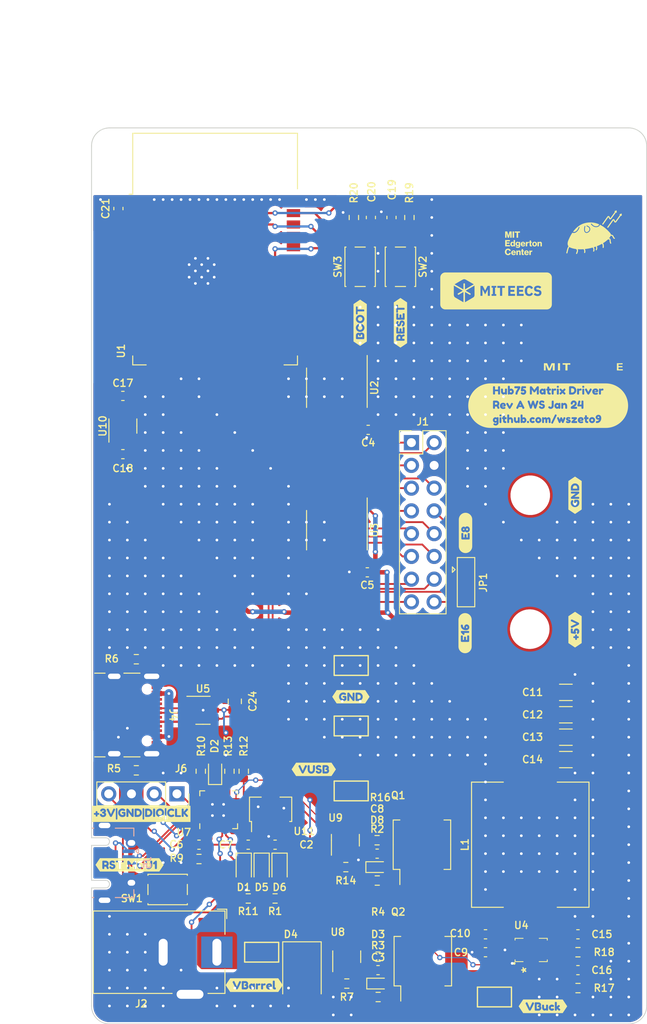
<source format=kicad_pcb>
(kicad_pcb (version 20221018) (generator pcbnew)
  (title_block (company "Winnie Szeto | github.com/wszeto9 | sites.google.com/view/winnies-renders"))
  (layers (0 "F.Cu" signal) (31 "B.Cu" signal) (34 "B.Paste" user) (35 "F.Paste" user) (36 "B.SilkS" user "B.Silkscreen") (37 "F.SilkS" user "F.Silkscreen") (38 "B.Mask" user) (39 "F.Mask" user) (44 "Edge.Cuts" user))
  (property "AUTHOR" "Winnie Szeto")
  (property "PROJECT_REVISION" "A01")
  (property "PROJECT_TITLE" "WS Template Project")
  (net 0 "")
  (net 1 "/Power and USB Inputs/VUSBC")
  (net 2 "GND")
  (net 3 "/Power and USB Inputs/VCC_CH32")
  (net 4 "Net-(D1-K)")
  (net 5 "/Power and USB Inputs/VUSBMicro")
  (net 6 "Net-(D2-A)")
  (net 7 "/Power and USB Inputs/VIN_BARREL")
  (net 8 "/R1")
  (net 9 "/G1")
  (net 10 "/B1")
  (net 11 "/R2")
  (net 12 "/G2")
  (net 13 "/B2")
  (net 14 "/E8")
  (net 15 "/A")
  (net 16 "/B")
  (net 17 "/C")
  (net 18 "/D")
  (net 19 "/CLK")
  (net 20 "/LAT")
  (net 21 "/OE")
  (net 22 "/E16")
  (net 23 "/Power and USB Inputs/CC1")
  (net 24 "/Power and USB Inputs/USB_P")
  (net 25 "/Power and USB Inputs/USB_N")
  (net 27 "/Power and USB Inputs/CC2")
  (net 29 "/Power and USB Inputs/USB_CH32_N")
  (net 30 "/Power and USB Inputs/USB_CH32_P")
  (net 32 "/Power and USB Inputs/CH32_SWDCLK")
  (net 33 "/Power and USB Inputs/CH32_SWDIO")
  (net 34 "/E")
  (net 35 "Net-(U4-VCC)")
  (net 36 "/Power and USB Inputs/VSENSE_BARREL")
  (net 37 "Net-(U8-D)")
  (net 38 "/Power and USB Inputs/ENA_BARREL")
  (net 39 "Net-(SW1-B)")
  (net 40 "Net-(U7-PB12)")
  (net 41 "/Power and USB Inputs/VSENSE_USBPD")
  (net 42 "/Power and USB Inputs/ENA_USBPD")
  (net 43 "Net-(U9-D)")
  (net 44 "Net-(U4-VBST)")
  (net 45 "Net-(U4-SW)")
  (net 55 "/ESP_USB_N")
  (net 56 "/ESP_USB_P")
  (net 58 "/OE_3V")
  (net 63 "Net-(U4-SS)")
  (net 64 "/ADDRE_3V")
  (net 65 "/LAT_3V")
  (net 66 "/ADDRC_3V")
  (net 67 "/ADDRA_3V")
  (net 68 "Net-(U4-FB)")
  (net 69 "/ADDRD_3V")
  (net 70 "/ADDRB_3V")
  (net 71 "/B2_3V")
  (net 72 "/R2_3V")
  (net 73 "/G2_3V")
  (net 74 "/B1_3V")
  (net 75 "/G1_3V")
  (net 76 "/R1_3V")
  (net 77 "+3.3V")
  (net 78 "/~{RST}")
  (net 79 "/CLK_3V")
  (net 80 "/IO1")
  (net 81 "+5V")
  (net 85 "/Power and USB Inputs/CS")
  (net 86 "/Power and USB Inputs/SCK")
  (net 87 "/Power and USB Inputs/MISO")
  (net 88 "/Power and USB Inputs/MOSI")
  (net 98 "/Power and USB Inputs/CommonSource_USBCPower")
  (net 99 "/Power and USB Inputs/Gate_USBCPower")
  (net 100 "/ESP_TXD")
  (net 101 "/ESP_RXD")
  (net 102 "/IO0")
  (net 103 "/VIN_MUXED")
  (net 107 "/Power and USB Inputs/CommonSourceBarrel")
  (net 108 "/Power and USB Inputs/Gate_Barrel")
  (net 110 "/5V6A Buck/BuckEna")
  (net 114 "Net-(NT1-Pad2)")
  (footprint "Capacitor_SMD:C_1206_3216Metric" (layer "F.Cu") (at 132.975 114)
    (fp_text reference "C12")
    (fp_text value "1206,22uF,25V,X5R ")
  )
  (footprint "Capacitor_SMD:C_0603_1608Metric" (layer "F.Cu") (at 124 138.5 180)
    (fp_text reference "C10")
    (fp_text value "0402,100nF,50V,X7R ")
  )
  (footprint "Capacitor_SMD:C_0603_1608Metric" (layer "F.Cu") (at 113.5 58.5 90)
    (fp_text reference "C19")
    (fp_text value "0402,1uF,25V,X5R ")
  )
  (footprint "Capacitor_SMD:C_0603_1608Metric" (layer "F.Cu") (at 100.5 128.5 180)
    (fp_text reference "C2")
    (fp_text value "0603,1uF,50V,X5R ")
  )
  (footprint "kibuzzard-65AE17F6" (layer "F.Cu") (at 134 104.5 90)
    (fp_text reference "kibuzzard-65AE17F6" hide)
    (fp_text value "G***" hide)
  )
  (footprint "Resistor_SMD:R_0603_1608Metric" (layer "F.Cu") (at 92.2 120.3 90)
    (fp_text reference "R10")
    (fp_text value "0402,1k")
  )
  (footprint "kibuzzard-65AE1583" (layer "F.Cu") (at 121.718366 104.890449 90)
    (fp_text reference "kibuzzard-65AE1583" hide)
    (fp_text value "G***" hide)
  )
  (footprint "Capacitor_SMD:C_1206_3216Metric" (layer "F.Cu") (at 132.975 116.5)
    (fp_text reference "C13")
    (fp_text value "1206,22uF,25V,X5R ")
  )
  (footprint "Capacitor_SMD:C_0603_1608Metric" (layer "F.Cu") (at 111.9 129.5)
    (fp_text reference "C8")
    (fp_text value "0402,100nF,50V,X7R ")
  )
  (footprint "Resistor_SMD:R_0603_1608Metric" (layer "F.Cu") (at 111.89 128 180)
    (fp_text reference "R16")
    (fp_text value "0402,10k")
  )
  (footprint "Button_Switch_SMD:SW_SPST_PTS810" (layer "F.Cu") (at 110 64 -90)
    (fp_text reference "SW3")
    (fp_text value "SW_SPST")
  )
  (footprint "Capacitor_SMD:C_0603_1608Metric" (layer "F.Cu") (at 110.9 82.2 180)
    (fp_text reference "C4")
    (fp_text value "0402,100nF,50V,X7R ")
  )
  (footprint "kibuzzard-65AE10D9" (layer "F.Cu") (at 110 70.25 90)
    (fp_text reference "kibuzzard-65AE10D9" hide)
    (fp_text value "G***" hide)
  )
  (footprint "Capacitor_SMD:C_0603_1608Metric" (layer "F.Cu") (at 92 128.5 180)
    (fp_text reference "C6")
    (fp_text value "0402,100nF,16V,X7R ")
  )
  (footprint "kibuzzard-65AE10A8" (layer "F.Cu") (at 84.25 130.75)
    (fp_text reference "kibuzzard-65AE10A8" hide)
    (fp_text value "G***" hide)
  )
  (footprint "Package_TO_SOT_SMD:SOT-89-3" (layer "F.Cu") (at 100 124.55 90)
    (fp_text reference "U11")
    (fp_text value "L78L05_SOT89")
  )
  (footprint "Diode_SMD:D_SOD-523" (layer "F.Cu") (at 112 144)
    (fp_text reference "D3")
    (fp_text value "DZ2S200X0L")
  )
  (footprint "Package_TO_SOT_SMD:SOT-23" (layer "F.Cu") (at 108.5 141 90)
    (fp_text reference "U8")
    (fp_text value "AO3400A")
  )
  (footprint "Package_SO:TSSOP-20_4.4x6.5mm_P0.65mm" (layer "F.Cu") (at 107.4 77.5 -90)
    (fp_text reference "U2")
    (fp_text value "74AHCT245PW,118")
  )
  (footprint "Resistor_SMD:R_0603_1608Metric" (layer "F.Cu") (at 112.01 145.5)
    (fp_text reference "R3")
    (fp_text value "0402,100k")
  )
  (footprint "Package_TO_SOT_SMD:SOT-23" (layer "F.Cu") (at 108.35 128 90)
    (fp_text reference "U9")
    (fp_text value "AO3400A")
  )
  (footprint "Package_SO:TSSOP-20_4.4x6.5mm_P0.65mm" (layer "F.Cu") (at 107.4 93.4 -90)
    (fp_text reference "U3")
    (fp_text value "74AHCT245PW,118")
  )
  (footprint "kibuzzard-65AE10E5" (layer "F.Cu") (at 114.5 70.25 90)
    (fp_text reference "kibuzzard-65AE10E5" hide)
    (fp_text value "G***" hide)
  )
  (footprint "kibuzzard-65AE16C6" (layer "F.Cu") (at 104.82044 120.090679)
    (fp_text reference "kibuzzard-65AE16C6" hide)
    (fp_text value "G***" hide)
  )
  (footprint "Resistor_SMD:R_0603_1608Metric" (layer "F.Cu") (at 95.4 120.3 90)
    (fp_text reference "R13")
    (fp_text value "0402,1k")
  )
  (footprint "Connector_PinHeader_2.54mm:PinHeader_2x08_P2.54mm_Vertical" (layer "F.Cu") (at 115.725 83.625)
    (fp_text reference "J1")
    (fp_text value "Conn_02x08_Odd_Even")
  )
  (footprint "Capacitor_SMD:C_0603_1608Metric" (layer "F.Cu") (at 134.325 142.5 180)
    (fp_text reference "C16")
    (fp_text value "0402,22pF,50V,C0G ")
  )
  (footprint "WS_LCSC_ICs:VQFN-HR12_RJN_TEX" (layer "F.Cu") (at 129.1 140.250063 90)
    (fp_text reference "U4")
    (fp_text value "TPS51385RJNR")
  )
  (footprint "Jumper:SolderJumper-3_P2.0mm_Open_TrianglePad1.0x1.5mm" (layer "F.Cu") (at 121.8 99.2 -90)
    (fp_text reference "JP1")
    (fp_text value "EJumper")
  )
  (footprint "Button_Switch_SMD:SW_SPST_PTS810" (layer "F.Cu") (at 88.5 133.5)
    (fp_text reference "SW1")
    (fp_text value "SW_SPST")
  )
  (footprint "Resistor_SMD:R_0603_1608Metric" (layer "F.Cu") (at 115.5 58.5 -90)
    (fp_text reference "R19")
    (fp_text value "0402,10k")
  )
  (footprint "Capacitor_SMD:C_0603_1608Metric" (layer "F.Cu") (at 111.2 58.5 90)
    (fp_text reference "C20")
    (fp_text value "0402,1uF,25V,X5R ")
  )
  (footprint "Diode_SMD:D_SOD-323" (layer "F.Cu") (at 97 131.05 -90)
    (fp_text reference "D1")
    (fp_text value "1N4148WS")
  )
  (footprint "Resistor_SMD:R_0603_1608Metric" (layer "F.Cu") (at 109.3 58.5 90)
    (fp_text reference "R20")
    (fp_text value "0402,1M")
  )
  (footprint "WS_LCSC_Mechanical:Logo" (layer "F.Cu") (at 132.29 56.885)
    (fp_text reference "LOGO1" hide)
    (fp_text value "~" hide)
  )
  (footprint "kibuzzard-65AE1804" (layer "F.Cu") (at 134 89.5 90)
    (fp_text reference "kibuzzard-65AE1804" hide)
    (fp_text value "G***" hide)
  )
  (footprint "Resistor_SMD:R_0603_1608Metric" (layer "F.Cu") (at 85 120.2 180)
    (fp_text reference "R5")
    (fp_text value "0402,5.1k")
  )
  (footprint "Mounting_Wuerth:Mounting_Wuerth_WA-SMSI-M3_H5mm_9774050360" (layer "F.Cu") (at 129 89.5)
    (fp_text reference "H2" hide)
    (fp_text value "MountingHole_Pad" hide)
  )
  (footprint "Resistor_SMD:R_0603_1608Metric" (layer "F.Cu") (at 112 141 180)
    (fp_text reference "R4")
    (fp_text value "0402,10k")
  )
  (footprint "Resistor_SMD:R_0603_1608Metric" (layer "F.Cu") (at 134.329637 144.503301 180)
    (fp_text reference "R17")
    (fp_text value "0402,49.9k")
  )
  (footprint "Diode_SMD:D_SOD-323" (layer "F.Cu") (at 99 131.05 -90)
    (fp_text reference "D5")
    (fp_text value "1N4148WS")
  )
  (footprint "Resistor_SMD:R_0603_1608Metric" (layer "F.Cu") (at 97.5 134.5 180)
    (fp_text reference "R11")
    (fp_text value "0402,1k")
  )
  (footprint "Diode_SMD:D_SOD-523" (layer "F.Cu") (at 111.9 131)
    (fp_text reference "D8")
    (fp_text value "DZ2S200X0L")
  )
  (footprint "Resistor_SMD:R_0603_1608Metric" (layer "F.Cu") (at 111.91 132.5)
    (fp_text reference "R2")
    (fp_text value "0402,100k")
  )
  (footprint "Resistor_SMD:R_0603_1608Metric" (layer "F.Cu") (at 85 107.8 180)
    (fp_text reference "R6")
    (fp_text value "0402,5.1k")
  )
  (footprint "Capacitor_SMD:C_0603_1608Metric" (layer "F.Cu") (at 134.325 138.5)
    (fp_text reference "C15")
    (fp_text value "0402,100nF,16V,X7R ")
  )
  (footprint "Resistor_SMD:R_0603_1608Metric" (layer "F.Cu") (at 97 120.3 -90)
    (fp_text reference "R12")
    (fp_text value "0402,10k")
  )
  (footprint "WS_LCSC_Mechanical:EdgertonLogo" (layer "F.Cu") (at 119.5 57.75)
    (fp_text reference "LOGO3" hide)
    (fp_text value "~")
  )
  (footprint "kibuzzard-65AE1480" (layer "F.Cu") (at 131 79.5)
    (fp_text reference "kibuzzard-65AE1480" hide)
    (fp_text value "G***" hide)
  )
  (footprint "NetTie:NetTie-2_SMD_Pad0.5mm" (layer "F.Cu") (at 136.5 109.5)
    (fp_text reference "NT1" hide)
    (fp_text value "NetTie_2" hide)
  )
  (footprint "Resistor_SMD:R_0603_1608Metric" (layer "F.Cu") (at 100.5 134.5 180)
    (fp_text reference "R1")
    (fp_text value "0402,10k")
  )
  (footprint "Resistor_SMD:R_0603_1608Metric" (layer "F.Cu") (at 108.51 144)
    (fp_text reference "R7")
    (fp_text value "0402,1k")
  )
  (footprint "TestPoint:TestPoint_Keystone_5015_Micro-Minature" (layer "F.Cu") (at 109 115.25)
    (fp_text reference "TP5" hide)
    (fp_text value "TestPoint" hide)
  )
  (footprint "Package_TO_SOT_SMD:SOT-23-5" (layer "F.Cu") (at 83.5 81.775 90)
    (fp_text reference "U10")
    (fp_text value "AP2112K-3.3")
  )
  (footprint "Capacitor_SMD:C_0603_1608Metric" (layer "F.Cu") (at 110.8 98.1 180)
    (fp_text reference "C5")
    (fp_text value "0402,100nF,50V,X7R ")
  )
  (footprint "Resistor_SMD:R_0603_1608Metric" (layer "F.Cu") (at 134.325 140.5)
    (fp_text reference "R18")
    (fp_text value "0402,6.8k")
  )
  (footprint "Package_TO_SOT_SMD:SOT-23-6" (layer "F.Cu") (at 92.44695 113.5)
    (fp_text reference "U5")
    (fp_text value "USBLC6-2SC6")
  )
  (footprint "Mounting_Wuerth:Mounting_Wuerth_WA-SMSI-M3_H5mm_9774050360" (layer "F.Cu") (at 128.942319 104.442319)
    (fp_text reference "H1" hide)
    (fp_text value "MountingHole_Pad" hide)
  )
  (footprint "Connector_PinSocket_2.54mm:PinSocket_1x04_P2.54mm_Vertical" (layer "F.Cu") (at 89.54 122.825 -90)
    (fp_text reference "J6")
    (fp_text value "Conn_01x04_Socket")
  )
  (footprint "Connector_USB:USB_C_Receptacle_GCT_USB4105-xx-A_16P_TopMnt_Horizontal" (layer "F.Cu") (at 83.61 114.027818 -90)
    (fp_text reference "J4")
    (fp_text value "USB_C_Receptacle_USB2.0")
  )
  (footprint "Diode_SMD:D_SMB" (layer "F.Cu") (at 103.5 143 -90)
    (fp_text reference "D4")
    (fp_text value "SMBJ5359B-TP")
  )
  (footprint "WS_LCSC_Mechanical:EECSLogo" (layer "F.Cu") (at 118.8385 64.4914)
    (fp_text reference "LOGO2" hide)
    (fp_text value "~" hide)
  )
  (footprint "RF_Module:ESP32-S3-WROOM-1" (layer "F.Cu") (at 93.8 62)
    (fp_text reference "U1")
    (fp_text value "ESP32-S3-WROOM-1-N16R2")
  )
  (footprint "Capacitor_SMD:C_0603_1608Metric" (layer "F.Cu") (at 97.5 128.5)
    (fp_text reference "C7")
    (fp_text value "0402,100nF,16V,X7R ")
  )
  (footprint "kibuzzard-65AE16D3" (layer "F.Cu") (at 98.168687 144.171641)
    (fp_text reference "kibuzzard-65AE16D3" hide)
    (fp_text value "G***" hide)
  )
  (footprint "Capacitor_SMD:C_0603_1608Metric" (layer "F.Cu") (at 124 140.5 180)
    (fp_text reference "C9")
    (fp_text value "0402,1uF,25V,X5R ")
  )
  (footprint "TestPoint:TestPoint_Keystone_5015_Micro-Minature" (layer "F.Cu") (at 109 122.5)
    (fp_text reference "TP2" hide)
    (fp_text value "TestPoint" hide)
  )
  (footprint "Package_DFN_QFN:QFN-28-1EP_4x4mm_P0.4mm_EP2.3x2.3mm" (layer "F.Cu") (at 94.2 124.6 90)
    (fp_text reference "U7")
    (fp_text value "CH32X035G8U6")
  )
  (footprint "Button_Switch_SMD:SW_SPST_PTS810" (layer "F.Cu") (at 114.5 64 90)
    (fp_text reference "SW2")
    (fp_text value "SW_SPST")
  )
  (footprint "kibuzzard-65AE16E3" (layer "F.Cu") (at 130.413796 146.536592)
    (fp_text reference "kibuzzard-65AE16E3" hide)
    (fp_text value "G***" hide)
  )
  (footprint "Capacitor_SMD:C_0603_1608Metric" (layer "F.Cu") (at 83 57.5 90)
    (fp_text reference "C21")
    (fp_text value "0402,100nF,50V,X7R ")
  )
  (footprint "Package_SO:SO-8_5.3x6.2mm_P1.27mm" (layer "F.Cu") (at 116.9 128.5 90)
    (fp_text reference "Q1")
    (fp_text value "DMP3036SSD")
  )
  (footprint "Capacitor_SMD:C_1206_3216Metric" (layer "F.Cu") (at 132.975 111.5)
    (fp_text reference "C11")
    (fp_text value "1206,22uF,25V,X5R ")
  )
  (footprint "kibuzzard-65AE1571" (layer "F.Cu") (at 121.768066 93.703371 90)
    (fp_text reference "kibuzzard-65AE1571" hide)
    (fp_text value "G***" hide)
  )
  (footprint "TestPoint:TestPoint_Keystone_5015_Micro-Minature" (layer "F.Cu") (at 125 145.5)
    (fp_text reference "TP1" hide)
    (fp_text value "TestPoint" hide)
  )
  (footprint "Capacitor_SMD:C_0603_1608Metric" (layer "F.Cu") (at 83.5 78.4125)
    (fp_text reference "C17")
    (fp_text value "0603,10uF,10V,X5R ")
  )
  (footprint "kibuzzard-65AE1078" (layer "F.Cu") (at 85.520743 125.059989)
    (fp_text reference "kibuzzard-65AE1078" hide)
    (fp_text value "G***" hide)
  )
  (footprint "WS_LCSC_Mechanical:MechELogo" (layer "F.Cu") (at 130.075 69.225)
    (fp_text reference "LOGO4" hide)
    (fp_text value "~" hide)
  )
  (footprint "TestPoint:TestPoint_Keystone_5015_Micro-Minature" (layer "F.Cu") (at 109 108.5)
    (fp_text reference "TP4" hide)
    (fp_text value "TestPoint" hide)
  )
  (footprint "kibuzzard-65AE16BC" (layer "F.Cu") (at 108.965149 111.988986)
    (fp_text reference "kibuzzard-65AE16BC" hide)
    (fp_text value "G***" hide)
  )
  (footprint "Diode_SMD:D_SOD-323" (layer "F.Cu") (at 101 131.05 -90)
    (fp_text reference "D6")
    (fp_text value "1N4148WS")
  )
  (footprint "Capacitor_SMD:C_0603_1608Metric" (layer "F.Cu") (at 83.5 84.9125)
    (fp_text reference "C18")
    (fp_text value "0603,10uF,10V,X5R ")
  )
  (footprint "Capacitor_SMD:C_0805_2012Metric" (layer "F.Cu") (at 96 112.5 90)
    (fp_text reference "C24")
    (fp_text value "0805,100nF,50V,X7R ")
  )
  (footprint "Package_SO:SO-8_5.3x6.2mm_P1.27mm" (layer "F.Cu") (at 117 141.5 90)
    (fp_text reference "Q2")
    (fp_text value "DMP3036SSD")
  )
  (footprint "Resistor_SMD:R_0603_1608Metric" (layer "F.Cu") (at 92 130.1)
    (fp_text reference "R9")
    (fp_text value "0402,4.7k")
  )
  (footprint "TestPoint:TestPoint_Keystone_5015_Micro-Minature" (layer "F.Cu") (at 99 140.5)
    (fp_text reference "TP3" hide)
    (fp_text value "TestPoint" hide)
  )
  (footprint "Capacitor_SMD:C_1206_3216Metric" (layer "F.Cu") (at 132.975 119)
    (fp_text reference "C14")
    (fp_text value "1206,22uF,25V,X5R ")
  )
  (footprint "LED_SMD:LED_0603_1608Metric" (layer "F.Cu") (at 93.8 120.3 90)
    (fp_text reference "D2")
    (fp_text value "LED_Blue")
  )
  (footprint "Inductor_SMD:L_Sunlord_MWSA1206S-1R5" (layer "F.Cu") (at 129 128.5 90)
    (fp_text reference "L1")
    (fp_text value "DR125-1R0-R")
  )
  (footprint "Resistor_SMD:R_0603_1608Metric" (layer "F.Cu") (at 108.4 131)
    (fp_text reference "R14")
    (fp_text value "0402,1k")
  )
  (footprint "Capacitor_SMD:C_0603_1608Metric" (layer "F.Cu") (at 112 142.5)
    (fp_text reference "C3")
    (fp_text value "0402,100nF,50V,X7R ")
  )
  (footprint "Connector_BarrelJack:BarrelJack_Horizontal" (layer "F.Cu") (at 94 140.5)
    (fp_text reference "J2")
    (fp_text value "Barrel_Jack_Switch")
  )
  (footprint "Connector_USB:USB_Micro-AB_Molex_47590-0001" (layer "B.Cu") (at 81.452933 130.526128 90)
    (fp_text reference "J5")
    (fp_text value "USB_B_Mini")
    (fp_line (start -3.75 -1.45) (end -2.8 -1.45) (stroke (width 0.1)) (layer "Edge.Cuts"))
    (fp_line (start -2.8 0.125) (end -2.8 -1.45) (stroke (width 0.1)) (layer "Edge.Cuts"))
    (fp_line (start -1.95 -1.45) (end 1.95 -1.45) (stroke (width 0.1)) (layer "Edge.Cuts"))
    (fp_line (start -1.95 0.125) (end -1.95 -1.45) (stroke (width 0.1)) (layer "Edge.Cuts"))
    (fp_line (start 1.95 0.125) (end 1.95 -1.45) (stroke (width 0.1)) (layer "Edge.Cuts"))
    (fp_line (start 2.8 -1.45) (end 3.75 -1.45) (stroke (width 0.1)) (layer "Edge.Cuts"))
    (fp_line (start 2.8 0.125) (end 2.8 -1.45) (stroke (width 0.1)) (layer "Edge.Cuts"))
    (fp_arc (start -1.95 0.125) (mid -2.375 0.55) (end -2.8 0.125) (stroke (width 0.1)) (layer "Edge.Cuts"))
    (fp_arc (start 2.8 0.125) (mid 2.375 0.55) (end 1.95 0.125) (stroke (width 0.1)) (layer "Edge.Cuts"))
  )
  (gr_line (start 142 50.5) (end 142 146.5) (stroke (width 0.1)) (layer "Edge.Cuts"))
  (gr_line (start 140 148.5) (end 82 148.5) (stroke (width 0.1)) (layer "Edge.Cuts"))
  (gr_line (start 80 146.5) (end 80.002933 134.276128) (stroke (width 0.1)) (layer "Edge.Cuts"))
  (gr_arc (start 80 50.5) (mid 80.585786 49.085786) (end 82 48.5) (stroke (width 0.1)) (layer "Edge.Cuts"))
  (gr_arc (start 82 148.5) (mid 80.585786 147.914214) (end 80 146.5) (stroke (width 0.1)) (layer "Edge.Cuts"))
  (gr_line (start 80.002933 126.776128) (end 80 50.5) (stroke (width 0.1)) (layer "Edge.Cuts"))
  (gr_arc (start 142 146.5) (mid 141.414214 147.914214) (end 140 148.5) (stroke (width 0.1)) (layer "Edge.Cuts"))
  (gr_arc (start 140 48.5) (mid 141.414214 49.085786) (end 142 50.5) (stroke (width 0.1)) (layer "Edge.Cuts"))
  (gr_line (start 82 48.5) (end 140 48.5) (stroke (width 0.1)) (layer "Edge.Cuts"))
  (segment (start 88.639761 116.427818) (end 88.641889 116.42569) (width 0.5) (layer "F.Cu") (net 1))
  (segment (start 96 113.45) (end 94.810656 113.45) (width 0.2032) (layer "F.Cu") (net 1))
  (segment (start 87.29 111.627818) (end 88.635727 111.627818) (width 0.5) (layer "F.Cu") (net 1))
  (segment (start 88.635727 111.627818) (end 88.637936 111.630027) (width 0.5) (layer "F.Cu") (net 1))
  (segment (start 94.810656 113.45) (end 94.790482 113.470174) (width 0.2032) (layer "F.Cu") (net 1))
  (segment (start 101 132.1) (end 104.4 128.7) (width 0.2032) (layer "F.Cu") (net 1))
  (segment (start 93.63445 113.45) (end 93.58445 113.5) (width 0.2032) (layer "F.Cu") (net 1))
  (segment (start 94.770308 113.45) (end 93.63445 113.45) (width 0.2032) (layer "F.Cu") (net 1))
  (segment (start 94.790482 113.470174) (end 94.770308 113.45) (width 0.2032) (layer "F.Cu") (net 1))
  (segment (start 104.4 128.7) (end 104.4 126.9) (width 0.2032) (layer "F.Cu") (net 1))
  (segment (start 97 118) (end 95 116) (width 0.2032) (layer "F.Cu") (net 1))
  (segment (start 87.29 116.427818) (end 88.639761 116.427818) (width 0.5) (layer "F.Cu") (net 1))
  (segment (start 97 119.475) (end 97 118) (width 0.2032) (layer "F.Cu") (net 1))
  (via (at 88.641889 116.42569) (size 0.6) (drill 0.3) (layers "F.Cu" "B.Cu") (net 1))
  (via (at 104.4 123.5) (size 0.6) (drill 0.3) (layers "F.Cu" "B.Cu") (net 1))
  (via (at 95 116) (size 0.6) (drill 0.3) (layers "F.Cu" "B.Cu") (net 1))
  (via (at 94.790482 113.470174) (size 0.6) (drill 0.3) (layers "F.Cu" "B.Cu") (net 1))
  (via (at 104.4 126.9) (size 0.6) (drill 0.3) (layers "F.Cu" "B.Cu") (net 1))
  (via (at 88.637936 111.630027) (size 0.6) (drill 0.3) (layers "F.Cu" "B.Cu") (net 1))
  (segment (start 104.4 126.9) (end 104.4 123.5) (width 0.2032) (layer "B.Cu") (net 1))
  (segment (start 94.790482 113.470174) (end 94.790482 115.790482) (width 0.2032) (layer "B.Cu") (net 1))
  (segment (start 88.641889 111.63398) (end 88.637936 111.630027) (width 0.5) (layer "B.Cu") (net 1))
  (segment (start 88.641889 116.42569) (end 88.641889 111.63398) (width 1) (layer "B.Cu") (net 1))
  (segment (start 94.790482 115.790482) (end 95 116) (width 0.2032) (layer "B.Cu") (net 1))
  (segment (start 109.675 80.3625) (end 109.675 81.75) (width 0.25) (layer "F.Cu") (net 2))
  (segment (start 110.125 82.2) (end 110.125 82.455805) (width 0.25) (layer "F.Cu") (net 2))
  (segment (start 93.8 121.0875) (end 93.8 121.075) (width 0.25) (layer "F.Cu") (net 2))
  (segment (start 123.225 140.5) (end 122.5 140.5) (width 0.5) (layer "F.Cu") (net 2))
  (segment (start 95.4 118.9) (end 95 118.5) (width 0.25) (layer "F.Cu") (net 2))
  (segment (start 110.125 82.455805) (end 110.728488 83.059293) (width 0.25) (layer "F.Cu") (net 2))
  (segment (start 127.7 141.000252) (end 127.7 141.026156) (width 0.25) (layer "F.Cu") (net 2))
  (segment (start 127.7 140) (end 126.421184 140) (width 0.25) (layer "F.Cu") (net 2))
  (segment (start 93.8 121.075) (end 95.4 119.475) (width 0.25) (layer "F.Cu") (net 2))
  (segment (start 92.480225 113.5) (end 92.493225 113.487) (width 0.25) (layer "F.Cu") (net 2))
  (segment (start 129.600126 140.756364) (end 129.600126 141.960253) (width 0.25) (layer "F.Cu") (net 2))
  (segment (start 127.7 141.026156) (end 126.979124 141.747032) (width 0.25) (layer "F.Cu") (net 2))
  (segment (start 109.675 81.75) (end 110.125 82.2) (width 0.25) (layer "F.Cu") (net 2))
  (segment (start 109.675 96.2625) (end 109.675 97.75) (width 0.25) (layer "F.Cu") (net 2))
  (segment (start 126.421184 140) (end 126.173361 140.247823) (width 0.25) (layer "F.Cu") (net 2))
  (segment (start 91.30945 113.5) (end 92.480225 113.5) (width 0.25) (layer "F.Cu") (net 2))
  (segment (start 109.675 97.75) (end 110.025 98.1) (width 0.25) (layer "F.Cu") (net 2))
  (segment (start 129.600126 141.960253) (end 129.85625 142.216377) (width 0.25) (layer "F.Cu") (net 2))
  (segment (start 95.4 119.475) (end 95.4 118.9) (width 0.25) (layer "F.Cu") (net 2))
  (via (at 96 92.5) (size 0.6) (drill 0.3) (layers "F.Cu" "B.Cu") (net 2))
  (via (at 110 72.5) (size 0.6) (drill 0.3) (layers "F.Cu" "B.Cu") (net 2))
  (via (at 118 80.5) (size 0.6) (drill 0.3) (layers "F.Cu" "B.Cu") (net 2))
  (via (at 132 147.5) (size 0.6) (drill 0.3) (layers "F.Cu" "B.Cu") (net 2))
  (via (at 102 88.5) (size 0.6) (drill 0.3) (layers "F.Cu" "B.Cu") (net 2))
  (via (at 108.095467 57.935965) (size 0.6) (drill 0.3) (layers "F.Cu" "B.Cu") (net 2))
  (via (at 93.5 124) (size 0.6) (drill 0.3) (layers "F.Cu" "B.Cu") (net 2))
  (via (at 126 78.5) (size 0.6) (drill 0.3) (layers "F.Cu" "B.Cu") (net 2))
  (via (at 90 108.5) (size 0.6) (drill 0.3) (layers "F.Cu" "B.Cu") (net 2))
  (via (at 140 124.5) (size 0.6) (drill 0.3) (layers "F.Cu" "B.Cu") (net 2))
  (via (at 82 102.5) (size 0.6) (drill 0.3) (layers "F.Cu" "B.Cu") (net 2))
  (via (at 106 76.5) (size 0.6) (drill 0.3) (layers "F.Cu" "B.Cu") (net 2))
  (via (at 92 78.5) (size 0.6) (drill 0.3) (layers "F.Cu" "B.Cu") (net 2))
  (via (at 90 86.5) (size 0.6) (drill 0.3) (layers "F.Cu" "B.Cu") (net 2))
  (via (at 88 56.5) (size 0.6) (drill 0.3) (layers "F.Cu" "B.Cu") (net 2))
  (via (at 136 127.5) (size 0.6) (drill 0.3) (layers "F.Cu" "B.Cu") (net 2))
  (via (at 82 146.5) (size 0.6) (drill 0.3) (layers "F.Cu" "B.Cu") (net 2))
  (via (at 124 129.5) (size 0.6) (drill 0.3) (layers "F.Cu" "B.Cu") (net 2))
  (via (at 82 106.5) (size 0.6) (drill 0.3) (layers "F.Cu" "B.Cu") (net 2))
  (via (at 104 108.5) (size 0.6) (drill 0.3) (layers "F.Cu" "B.Cu") (net 2))
  (via (at 132 131.5) (size 0.6) (drill 0.3) (layers "F.Cu" "B.Cu") (net 2))
  (via (at 86 104.5) (size 0.6) (drill 0.3) (layers "F.Cu" "B.Cu") (net 2))
  (via (at 128 94.5) (size 0.6) (drill 0.3) (layers "F.Cu" "B.Cu") (net 2))
  (via (at 116 114.5) (size 0.6) (drill 0.3) (layers "F.Cu" "B.Cu") (net 2))
  (via (at 98 84.5) (size 0.6) (drill 0.3) (layers "F.Cu" "B.Cu") (net 2))
  (via (at 96 94.5) (size 0.6) (drill 0.3) (layers "F.Cu" "B.Cu") (net 2))
  (via (at 86 102.5) (size 0.6) (drill 0.3) (layers "F.Cu" "B.Cu") (net 2))
  (via (at 138 147.5) (size 0.6) (drill 0.3) (layers "F.Cu" "B.Cu") (net 2))
  (via (at 94.75 124) (size 0.6) (drill 0.3) (layers "F.Cu" "B.Cu") (net 2))
  (via (at 108 104.5) (size 0.6) (drill 0.3) (layers "F.Cu" "B.Cu") (net 2))
  (via (at 120 70.5) (size 0.6) (drill 0.3) (layers "F.Cu" "B.Cu") (net 2))
  (via (at 88 104.5) (size 0.6) (drill 0.3) (layers "F.Cu" "B.Cu") (net 2))
  (via (at 128 129.5) (size 0.6) (drill 0.3) (layers "F.Cu" "B.Cu") (net 2))
  (via (at 114 110.5) (size 0.6) (drill 0.3) (layers "F.Cu" "B.Cu") (net 2))
  (via (at 116 118.5) (size 0.6) (drill 0.3) (layers "F.Cu" "B.Cu") (net 2))
  (via (at 120 112.5) (size 0.6) (drill 0.3) (layers "F.Cu" "B.Cu") (net 2))
  (via (at 98 90.5) (size 0.6) (drill 0.3) (layers "F.Cu" "B.Cu") (net 2))
  (via (at 114 72.5) (size 0.6) (drill 0.3) (layers "F.Cu" "B.Cu") (net 2))
  (via (at 104 92.5) (size 0.6) (drill 0.3) (layers "F.Cu" "B.Cu") (net 2))
  (via (at 108 106.5) (size 0.6) (drill 0.3) (layers "F.Cu" "B.Cu") (net 2))
  (via (at 112.366015 57.862714) (size 0.6) (drill 0.3) (layers "F.Cu" "B.Cu") (net 2))
  (via (at 124 127.5) (size 0.6) (drill 0.3) (layers "F.Cu" "B.Cu") (net 2))
  (via (at 94 108.5) (size 0.6) (drill 0.3) (layers "F.Cu" "B.Cu") (net 2))
  (via (at 96 96.5) (size 0.6) (drill 0.3) (layers "F.Cu" "B.Cu") (net 2))
  (via (at 122 114.5) (size 0.6) (drill 0.3) (layers "F.Cu" "B.Cu") (net 2))
  (via (at 116 76.5) (size 0.6) (drill 0.3) (layers "F.Cu" "B.Cu") (net 2))
  (via (at 118 116.5) (size 0.6) (drill 0.3) (layers "F.Cu" "B.Cu") (net 2))
  (via (at 118 68.5) (size 0.6) (drill 0.3) (layers "F.Cu" "B.Cu") (net 2))
  (via (at 93 56.5) (size 0.6) (drill 0.3) (layers "F.Cu" "B.Cu") (net 2))
  (via (at 112 110.5) (size 0.6) (drill 0.3) (layers "F.Cu" "B.Cu") (net 2))
  (via (at 94 102.5) (size 0.6) (drill 0.3) (layers "F.Cu" "B.Cu") (net 2))
  (via (at 116 74.5) (size 0.6) (drill 0.3) (layers "F.Cu" "B.Cu") (net 2))
  (via (at 90 84.5) (size 0.6) (drill 0.3) (layers "F.Cu" "B.Cu") (net 2))
  (via (at 88 84.5) (size 0.6) (drill 0.3) (layers "F.Cu" "B.Cu") (net 2))
  (via (at 100 86.5) (size 0.6) (drill 0.3) (layers "F.Cu" "B.Cu") (net 2))
  (via (at 102 146.5) (size 0.6) (drill 0.3) (layers "F.Cu" "B.Cu") (net 2))
  (via (at 136 120.5) (size 0.6) (drill 0.3) (layers "F.Cu" "B.Cu") (net 2))
  (via (at 92 104.5) (size 0.6) (drill 0.3) (layers "F.Cu" "B.Cu") (net 2))
  (via (at 118 72.5) (size 0.6) (drill 0.3) (layers "F.Cu" "B.Cu") (net 2))
  (via (at 132 143.5) (size 0.6) (drill 0.3) (layers "F.Cu" "B.Cu") (net 2))
  (via (at 82 92.5) (size 0.6) (drill 0.3) (layers "F.Cu" "B.Cu") (net 2))
  (via (at 118 110.5) (size 0.6) (drill 0.3) (layers "F.Cu" "B.Cu") (net 2))
  (via (at 87 56.5) (size 0.6) (drill 0.3) (layers "F.Cu" "B.Cu") (net 2))
  (via (at 124 119.5) (size 0.6) (drill 0.3) (layers "F.Cu" "B.Cu") (net 2))
  (via (at 102 106.5) (size 0.6) (drill 0.3) (layers "F.Cu" "B.Cu") (net 2))
  (via (at 126 86.5) (size 0.6) (drill 0.3) (layers "F.Cu" "B.Cu") (net 2))
  (via (at 140 106.5) (size 0.6) (drill 0.3) (layers "F.Cu" "B.Cu") (net 2))
  (via (at 114 116.5) (size 0.6) (drill 0.3) (layers "F.Cu" "B.Cu") (net 2))
  (via (at 110 106.5) (size 0.6) (drill 0.3) (layers "F.Cu" "B.Cu") (net 2))
  (via (at 136 114.5) (size 0.6) (drill 0.3) (layers "F.Cu" "B.Cu") (net 2))
  (via (at 104 56.5) (size 0.6) (drill 0.3) (layers "F.Cu" "B.Cu") (net 2))
  (via (at 124 114.5) (size 0.6) (drill 0.3) (layers "F.Cu" "B.Cu") (net 2))
  (via (at 136 106.5) (size 0.6) (drill 0.3) (layers "F.Cu" "B.Cu") (net 2))
  (via (at 102 98.5) (size 0.6) (drill 0.3) (layers "F.Cu" "B.Cu") (net 2))
  (via (at 136 94.5) (size 0.6) (drill 0.3) (layers "F.Cu" "B.Cu") (net 2))
  (via (at 124 116.5) (size 0.6) (drill 0.3) (layers "F.Cu" "B.Cu") (net 2))
  (via (at 140 108.5) (size 0.6) (drill 0.3) (layers "F.Cu" "B.Cu") (net 2))
  (via (at 112 62.5) (size 0.6) (drill 0.3) (layers "F.Cu" "B.Cu") (net 2))
  (via (at 136 102.5) (size 0.6) (drill 0.3) (layers "F.Cu" "B.Cu") (net 2))
  (via (at 99.783788 127.575386) (size 0.6) (drill 0.3) (layers "F.Cu" "B.Cu") (net 2))
  (via (at 104 106.5) (size 0.6) (drill 0.3) (layers "F.Cu" "B.Cu") (net 2))
  (via (at 122.5 140.5) (size 0.6) (drill 0.3) (layers "F.Cu" "B.Cu") (net 2))
  (via (at 106 114.5) (size 0.6) (drill 0.3) (layers "F.Cu" "B.Cu") (net 2))
  (via (at 124 121.5) (size 0.6) (drill 0.3) (layers "F.Cu" "B.Cu") (net 2))
  (via (at 140 100.5) (size 0.6) (drill 0.3) (layers "F.Cu" "B.Cu") (net 2))
  (via (at 136 100.5) (size 0.6) (drill 0.3) (layers "F.Cu" "B.Cu") (net 2))
  (via (at 98 56.5) (size 0.6) (drill 0.3) (layers "F.Cu" "B.Cu") (net 2))
  (via (at 116 70.5) (size 0.6) (drill 0.3) (layers "F.Cu" "B.Cu") (net 2))
  (via (at 104 114.5) (size 0.6) (drill 0.3) (layers "F.Cu" "B.Cu") (net 2))
  (via (at 108 78.5) (size 0.6) (drill 0.3) (layers "F.Cu" "B.Cu") (net 2))
  (via (at 118 78.5) (size 0.6) (drill 0.3) (layers "F.Cu" "B.Cu") (net 2))
  (via (at 136 112.5) (size 0.6) (drill 0.3) (layers "F.Cu" "B.Cu") (net 2))
  (via (at 122 116.5) (size 0.6) (drill 0.3) (layers "F.Cu" "B.Cu") (net 2))
  (via (at 140 132.5) (size 0.6) (drill 0.3) (layers "F.Cu" "B.Cu") (net 2))
  (via (at 110 70.5) (size 0.6) (drill 0.3) (layers "F.Cu" "B.Cu") (net 2))
  (via (at 92.463924 113.487) (size 0.6) (drill 0.3) (layers "F.Cu" "B.Cu") (net 2))
  (via (at 136 92.5) (size 0.6) (drill 0.3) (layers "F.Cu" "B.Cu") (net 2))
  (via (at 88 106.5) (size 0.6) (drill 0.3) (layers "F.Cu" "B.Cu") (net 2))
  (via (at 132 129.5) (size 0.6) (drill 0.3) (layers "F.Cu" "B.Cu") (net 2))
  (via (at 82 140.5) (size 0.6) (drill 0.3) (layers "F.Cu" "B.Cu") (net 2))
  (via (at 122 84.5) (size 0.6) (drill 0.3) (layers "F.Cu" "B.Cu") (net 2))
  (via (at 112 112.5) (size 0.6) (drill 0.3) (layers "F.Cu" "B.Cu") (net 2))
  (via (at 90 90.5) (size 0.6) (drill 0.3) (layers "F.Cu" "B.Cu") (net 2))
  (via (at 136 129.5) (size 0.6) (drill 0.3) (layers "F.Cu" "B.Cu") (net 2))
  (via (at 134 147.5) (size 0.6) (drill 0.3) (layers "F.Cu" "B.Cu") (net 2))
  (via (at 92 100.5) (size 0.6) (drill 0.3) (layers "F.Cu" "B.Cu") (net 2))
  (via (at 81 56.5) (size 0.6) (drill 0.3) (layers "F.Cu" "B.Cu") (net 2))
  (via (at 122 72.5) (size 0.6) (drill 0.3) (layers "F.Cu" "B.Cu") (net 2))
  (via (at 114 108.5) (size 0.6) (drill 0.3) (layers "F.Cu" "B.Cu") (net 2))
  (via (at 108 112.5) (size 0.6) (drill 0.3) (layers "F.Cu" "B.Cu") (net 2))
  (via (at 140 120.5) (size 0.6) (drill 0.3) (layers "F.Cu" "B.Cu") (net 2))
  (via (at 140 130.5) (size 0.6) (drill 0.3) (layers "F.Cu" "B.Cu") (net 2))
  (via (at 94 90.5) (size 0.6) (drill 0.3) (layers "F.Cu" "B.Cu") (net 2))
  (via (at 94 104.5) (size 0.6) (drill 0.3) (layers "F.Cu" "B.Cu") (net 2))
  (via (at 140 90.5) (size 0.6) (drill 0.3) (layers "F.Cu" "B.Cu") (net 2))
  (via (at 84 92.5) (size 0.6) (drill 0.3) (layers "F.Cu" "B.Cu") (net 2))
  (via (at 118 74.5) (size 0.6) (drill 0.3) (layers "F.Cu" "B.Cu") (net 2))
  (via (at 126 125.5) (size 0.6) (drill 0.3) (layers "F.Cu" "B.Cu") (net 2))
  (via (at 138 145.5) (size 0.6) (drill 0.3) (layers "F.Cu" "B.Cu") (net 2))
  (via (at 126 74.5) (size 0.6) (drill 0.3) (layers "F.Cu" "B.Cu") (net 2))
  (via (at 84 94.5) (size 0.6) (drill 0.3) (layers "F.Cu" "B.Cu") (net 2))
  (via (at 86 144.5) (size 0.6) (drill 0.3) (layers "F.Cu" "B.Cu") (net 2))
  (via (at 88 80.5) (size 0.6) (drill 0.3) (layers "F.Cu" "B.Cu") (net 2))
  (via (at 134 125.5) (size 0.6) (drill 0.3) (layers "F.Cu" "B.Cu") (net 2))
  (via (at 124 86.5) (size 0.6) (drill 0.3) (layers "F.Cu" "B.Cu") (net 2))
  (via (at 116 108.5) (size 0.6) (drill 0.3) (layers "F.Cu" "B.Cu") (net 2))
  (via (at 136 133.5) (size 0.6) (drill 0.3) (layers "F.Cu" "B.Cu") (net 2))
  (via (at 120 76.5) (size 0.6) (drill 0.3) (layers "F.Cu" "B.Cu") (net 2))
  (via (at 92 108.5) (size 0.6) (drill 0.3) (layers "F.Cu" "B.Cu") (net 2))
  (via (at 90 100.5) (size 0.6) (drill 0.3) (layers "F.Cu" "B.Cu") (net 2))
  (via (at 128 70.5) (size 0.6) (drill 0.3) (layers "F.Cu" "B.Cu") (net 2))
  (via (at 136 98.5) (size 0.6) (drill 0.3) (layers "F.Cu" "B.Cu") (net 2))
  (via (at 122 86.5) (size 0.6) (drill 0.3) (layers "F.Cu" "B.Cu") (net 2))
  (via (at 126.173361 140.247823) (size 0.6) (drill 0.3) (layers "F.Cu" "B.Cu") (net 2))
  (via (at 90 102.5) (size 0.6) (drill 0.3) (layers "F.Cu" "B.Cu") (net 2))
  (via (at 124 125.5) (size 0.6) (drill 0.3) (layers "F.Cu" "B.Cu") (net 2))
  (via (at 86 84.5) (size 0.6) (drill 0.3) (layers "F.Cu" "B.Cu") (net 2))
  (via (at 134 127.5) (size 0.6) (drill 0.3) (layers "F.Cu" "B.Cu") (net 2))
  (via (at 107 145.5) (size 0.6) (drill 0.3) (layers "F.Cu" "B.Cu") (net 2))
  (via (at 104 100.5) (size 0.6) (drill 0.3) (layers "F.Cu" "B.Cu") (net 2))
  (via (at 98 106.5) (size 0.6) (drill 0.3) (layers "F.Cu" "B.Cu") (net 2))
  (via (at 140 92.5) (size 0.6) (drill 0.3) (layers "F.Cu" "B.Cu") (net 2))
  (via (at 110.728488 83.059293) (size 0.6) (drill 0.3) (layers "F.Cu" "B.Cu") (net 2))
  (via (at 112 74.5) (size 0.6) (drill 0.3) (layers "F.Cu" "B.Cu") (net 2))
  (via (at 82 98.5) (size 0.6) (drill 0.3) (layers "F.Cu" "B.Cu") (net 2))
  (via (at 89 56.5) (size 0.6) (drill 0.3) (layers "F.Cu" "B.Cu") (net 2))
  (via (at 128 125.5) (size 0.6) (drill 0.3) (layers "F.Cu" "B.Cu") (net 2))
  (via (at 134 133.5) (size 0.6) (drill 0.3) (layers "F.Cu" "B.Cu") (net 2))
  (via (at 110 68.5) (size 0.6) (drill 0.3) (layers "F.Cu" "B.Cu") (net 2))
  (via (at 136 116.5) (size 0.6) (drill 0.3) (layers "F.Cu" "B.Cu") (net 2))
  (via (at 136 90.5) (size 0.6) (drill 0.3) (layers "F.Cu" "B.Cu") (net 2))
  (via (at 96 88.5) (size 0.6) (drill 0.3) (layers "F.Cu" "B.Cu") (net 2))
  (via (at 105 56.5) (size 0.6) (drill 0.3) (layers "F.Cu" "B.Cu") (net 2))
  (via (at 84 138.5) (size 0.6) (drill 0.3) (layers "F.Cu" "B.Cu") (net 2))
  (via (at 109 145.5) (size 0.6) (drill 0.3) (layers "F.Cu" "B.Cu") (net 2))
  (via (at 124 82.5) (size 0.6) (drill 0.3) (layers "F.Cu" "B.Cu") (net 2))
  (via (at 130 145.5) (size 0.6) (drill 0.3) (layers "F.Cu" "B.Cu") (net 2))
  (via (at 84 98.5) (size 0.6) (drill 0.3) (layers "F.Cu" "B.Cu") (net 2))
  (via (at 102 90.5) (size 0.6) (drill 0.3) (layers "F.Cu" "B.Cu") (net 2))
  (via (at 118 58.5) (size 0.6) (drill 0.3) (layers "F.Cu" "B.Cu") (net 2))
  (via (at 134 123.5) (size 0.6) (drill 0.3) (layers "F.Cu" "B.Cu") (net 2))
  (via (at 134 96.5) (size 0.6) (drill 0.3) (layers "F.Cu" "B.Cu") (net 2))
  (via (at 97.298347 133.546226) (size 0.6) (drill 0.3) (layers "F.Cu" "B.Cu") (net 2))
  (via (at 106 56.5) (size 0.6) (drill 0.3) (layers "F.Cu" "B.Cu") (net 2))
  (via (at 138 143.5) (size 0.6) (drill 0.3) (layers "F.Cu" "B.Cu") (net 2))
  (via (at 98 100.5) (size 0.6) (drill 0.3) (layers "F.Cu" "B.Cu") (net 2))
  (via (at 140 134.5) (size 0.6) (drill 0.3) (layers "F.Cu" "B.Cu") (net 2))
  (via (at 86 140.5) (size 0.6) (drill 0.3) (layers "F.Cu" "B.Cu") (net 2))
  (via (at 92 94.5) (size 0.6) (drill 0.3) (layers "F.Cu" "B.Cu") (net 2))
  (via (at 124 131.5) (size 0.6) (drill 0.3) (layers "F.Cu" "B.Cu") (net 2))
  (via (at 88 96.5) (size 0.6) (drill 0.3) (layers "F.Cu" "B.Cu") (net 2))
  (via (at 102 96.5) (size 0.6) (drill 0.3) (layers "F.Cu" "B.Cu") (net 2))
  (via (at 112 68.5) (size 0.6) (drill 0.3) (layers "F.Cu" "B.Cu") (net 2))
  (via (at 112 80.5) (size 0.6) (drill 0.3) (layers "F.Cu" "B.Cu") (net 2))
  (via (at 95 118.5) (size 0.6) (drill 0.3) (layers "F.Cu" "B.Cu") (net 2))
  (via (at 96 56.5) (size 0.6) (drill 0.3) (layers "F.Cu" "B.Cu") (net 2))
  (via (at 84 100.5) (size 0.6) (drill 0.3) (layers "F.Cu" "B.Cu") (net 2))
  (via (at 84 102.5) (size 0.6) (drill 0.3) (layers "F.Cu" "B.Cu") (net 2))
  (via (at 92 92.5) (size 0.6) (drill 0.3) (layers "F.Cu" "B.Cu") (net 2))
  (via (at 126 80.5) (size 0.6) (drill 0.3) (layers "F.Cu" "B.Cu") (net 2))
  (via (at 90 142.5) (size 0.6) (drill 0.3) (layers "F.Cu" "B.Cu") (net 2))
  (via (at 98 146.5) (size 0.6) (drill 0.3) (layers "F.Cu" "B.Cu") (net 2))
  (via (at 102 112.5) (size 0.6) (drill 0.3) (layers "F.Cu" "B.Cu") (net 2))
  (via (at 108 110.5) (size 0.6) (drill 0.3) (layers "F.Cu" "B.Cu") (net 2))
  (via (at 134 131.5) (size 0.6) (drill 0.3) (layers "F.Cu" "B.Cu") (net 2))
  (via (at 106 78.5) (size 0.6) (drill 0.3) (layers "F.Cu" "B.Cu") (net 2))
  (via (at 82 138.5) (size 0.6) (drill 0.3) (layers "F.Cu" "B.Cu") (net 2))
  (via (at 88 88.5) (size 0.6) (drill 0.3) (layers "F.Cu" "B.Cu") (net 2))
  (via (at 112 78.5) (size 0.6) (drill 0.3) (layers "F.Cu" "B.Cu") (net 2))
  (via (at 82 144.5) (size 0.6) (drill 0.3) (layers "F.Cu" "B.Cu") (net 2))
  (via (at 88 146.5) (size 0.6) (drill 0.3) (layers "F.Cu" "B.Cu") (net 2))
  (via (at 114 74.5) (size 0.6) (drill 0.3) (layers "F.Cu" "B.Cu") (net 2))
  (via (at 84 115.5) (size 0.6) (drill 0.3) (layers "F.Cu" "B.Cu") (net 2))
  (via (at 114 70.5) (size 0.6) (drill 0.3) (layers "F.Cu" "B.Cu") (net 2))
  (via (at 92 76.5) (size 0.6) (drill 0.3) (layers "F.Cu" "B.Cu") (net 2))
  (via (at 120 114.5) (size 0.6) (drill 0.3) (layers "F.Cu" "B.Cu") (net 2))
  (via (at 136 125.5) (size 0.6) (drill 0.3) (layers "F.Cu" "B.Cu") (net 2))
  (via (at 118 112.5) (size 0.6) (drill 0.3) (layers "F.Cu" "B.Cu") (net 2))
  (via (at 90 120.5) (size 0.6) (drill 0.3) (layers "F.Cu" "B.Cu") (net 2))
  (via (at 132 94.5) (size 0.6) (drill 0.3) (layers "F.Cu" "B.Cu") (net 2))
  (via (at 86 106.5) (size 0.6) (drill 0.3) (layers "F.Cu" "B.Cu") (net 2))
  (via (at 108 76.5) (size 0.6) (drill 0.3) (layers "F.Cu" "B.Cu") (net 2))
  (via (at 114 80.5) (size 0.6) (drill 0.3) (layers "F.Cu" "B.Cu") (net 2))
  (via (at 120 116.5) (size 0.6) (drill 0.3) (layers "F.Cu" "B.Cu") (net 2))
  (via (at 92 56.5) (size 0.6) (drill 0.3) (layers "F.Cu" "B.Cu") (net 2))
  (via (at 86 142.5) (size 0.6) (drill 0.3) (layers "F.Cu" "B.Cu") (net 2))
  (via (at 93.5 125.25) (size 0.6) (drill 0.3) (layers "F.Cu" "B.Cu") (net 2))
  (via (at 88 130.5) (size 0.6) (drill 0.3) (layers "F.Cu" "B.Cu") (net 2))
  (via (at 98 98.5) (size 0.6) (drill 0.3) (layers "F.Cu" "B.Cu") (net 2))
  (via (at 86 146.5) (size 0.6) (drill 0.3) (layers "F.Cu" "B.Cu") (net 2))
  (via (at 132 145.5) (size 0.6) (drill 0.3) (layers "F.Cu" "B.Cu") (net 2))
  (via (at 109 147.5) (size 0.6) (drill 0.3) (layers "F.Cu" "B.Cu") (net 2))
  (via (at 132 92.5) (size 0.6) (drill 0.3) (layers "F.Cu" "B.Cu") (net 2))
  (via (at 102 78.5) (size 0.6) (drill 0.3) (layers "F.Cu" "B.Cu") (net 2))
  (via (at 140 98.5) (size 0.6) (drill 0.3) (layers "F.Cu" "B.Cu") (net 2))
  (via (at 107 147.5) (size 0.6) (drill 0.3) (layers "F.Cu" "B.Cu") (net 2))
  (via (at 126 84.5) (size 0.6) (drill 0.3) (layers "F.Cu" "B.Cu") (net 2))
  (via (at 140 143.5) (size 0.6) (drill 0.3) (layers "F.Cu" "B.Cu") (net 2))
  (via (at 122 118.5) (size 0.6) (drill 0.3) (layers "F.Cu" "B.Cu") (net 2))
  (via (at 118 76.5) (size 0.6) (drill 0.3) (layers "F.Cu" "B.Cu") (net 2))
  (via (at 96 98.5) (size 0.6) (drill 0.3) (layers "F.Cu" "B.Cu") (net 2))
  (via (at 104 94.5) (size 0.6) (drill 0.3) (layers "F.Cu" "B.Cu") (net 2))
  (via (at 92 102.5) (size 0.6) (drill 0.3) (layers "F.Cu" "B.Cu") (net 2))
  (via (at 126 129.5) (size 0.6) (drill 0.3) (layers "F.Cu" "B.Cu") (net 2))
  (via (at 130 147.5) (size 0.6) (drill 0.3) (layers "F.Cu" "B.Cu") (net 2))
  (via (at 96 90.5) (size 0.6) (drill 0.3) (layers "F.Cu" "B.Cu") (net 2))
  (via (at 114 106.5) (size 0.6) (drill 0.3) (layers "F.Cu" "B.Cu") (net 2))
  (via (at 132 127.5) (size 0.6) (drill 0.3) (layers "F.Cu" "B.Cu") (net 2))
  (via (at 132 96.5) (size 0.6) (drill 0.3) (layers "F.Cu" "B.Cu") (net 2))
  (via (at 112 76.5) (size 0.6) (drill 0.3) (layers "F.Cu" "B.Cu") (net 2))
  (via (at 86 138.5) (size 0.6) (drill 0.3) (layers "F.Cu" "B.Cu") (net 2))
  (via (at 136 110.5) (size 0.6) (drill 0.3) (layers "F.Cu" "B.Cu") (net 2))
  (via (at 140 136.5) (size 0.6) (drill 0.3) (layers "F.Cu" "B.Cu") (net 2))
  (via (at 98 104.5) (size 0.6) (drill 0.3) (layers "F.Cu" "B.Cu") (net 2))
  (via (at 94 80.5) (size 0.6) (drill 0.3) (layers "F.Cu" "B.Cu") (net 2))
  (via (at 140 118.5) (size 0.6) (drill 0.3) (layers "F.Cu" "B.Cu") (net 2))
  (via (at 102 110.5) (size 0.6) (drill 0.3) (layers "F.Cu" "B.Cu") (net 2))
  (via (at 140 112.5) (size 0.6) (drill 0.3) (layers "F.Cu" "B.Cu") (net 2))
  (via (at 98 96.5) (size 0.6) (drill 0.3) (layers "F.Cu" "B.Cu") (net 2))
  (via (at 82 94.5) (size 0.6) (drill 0.3) (layers "F.Cu" "B.Cu") (net 2))
  (via (at 86 94.5) (size 0.6) (drill 0.3) (layers "F.Cu" "B.Cu") (net 2))
  (via (at 102 104.5) (size 0.6) (drill 0.3) (layers "F.Cu" "B.Cu") (net 2))
  (via (at 124 84.5) (size 0.6) (drill 0.3) (layers "F.Cu" "B.Cu") (net 2))
  (via (at 140 96.5) (size 0.6) (drill 0.3) (layers "F.Cu" "B.Cu") (net 2))
  (via (at 84 146.5) (size 0.6) (drill 0.3) (layers "F.Cu" "B.Cu") (net 2))
  (via (at 109.807295 130.197597) (size 0.6) (drill 0.3) (layers "F.Cu" "B.Cu") (net 2))
  (via (at 96 144.5) (size 0.6) (drill 0.3) (layers "F.Cu" "B.Cu") (net 2))
  (via (at 126 76.5) (size 0.6) (drill 0.3) (layers "F.Cu" "B.Cu") (net 2))
  (via (at 116 78.5) (size 0.6) (drill 0.3) (layers "F.Cu" "B.Cu") (net 2))
  (via (at 128 127.5) (size 0.6) (drill 0.3) (layers "F.Cu" "B.Cu") (net 2))
  (via (at 122 80.5) (size 0.6) (drill 0.3) (layers "F.Cu" "B.Cu") (net 2))
  (via (at 84 104.5) (size 0.6) (drill 0.3) (layers "F.Cu" "B.Cu") (net 2))
  (via (at 98 108.5) (size 0.6) (drill 0.3) (layers "F.Cu" "B.Cu") (net 2))
  (via (at 88 102.5) (size 0.6) (drill 0.3) (layers "F.Cu" "B.Cu") (net 2))
  (via (at 104 104.5) (size 0.6) (drill 0.3) (layers "F.Cu" "B.Cu") (net 2))
  (via (at 120 78.5) (size 0.6) (drill 0.3) (layers "F.Cu" "B.Cu") (net 2))
  (via (at 108 116.5) (size 0.6) (drill 0.3) (layers "F.Cu" "B.Cu") (net 2))
  (via (at 138 98.5) (size 0.6) (drill 0.3) (layers "F.Cu" "B.Cu") (net 2))
  (via (at 136 147.5) (size 0.6) (drill 0.3) (layers "F.Cu" "B.Cu") (net 2))
  (via (at 118 70.5) (size 0.6) (drill 0.3) (layers "F.Cu" "B.Cu") (net 2))
  (via (at 124 76.5) (size 0.6) (drill 0.3) (layers "F.Cu" "B.Cu") (net 2))
  (via (at 104 78.5) (size 0.6) (drill 0.3) (layers "F.Cu" "B.Cu") (net 2))
  (via (at 120 80.5) (size 0.6) (drill 0.3) (layers "F.Cu" "B.Cu") (net 2))
  (via (at 118 56.5) (size 0.6) (drill 0.3) (layers "F.Cu" "B.Cu") (net 2))
  (via (at 98 92.5) (size 0.6) (drill 0.3) (layers "F.Cu" "B.Cu") (net 2))
  (via (at 84 140.5) (size 0.6) (drill 0.3) (layers "F.Cu" "B.Cu") (net 2))
  (via (at 82 136.5) (size 0.6) (drill 0.3) (layers "F.Cu" "B.Cu") (net 2))
  (via (at 99 56.5) (size 0.6) (drill 0.3) (layers "F.Cu" "B.Cu") (net 2))
  (via (at 118 60.5) (size 0.6) (drill 0.3) (layers "F.Cu" "B.Cu") (net 2))
  (via (at 92 86.5) (size 0.6) (drill 0.3) (layers "F.Cu" "B.Cu") (net 2))
  (via (at 88 78.5) (size 0.6) (drill 0.3) (layers "F.Cu" "B.Cu") (net 2))
  (via (at 126 92.5) (size 0.6) (drill 0.3) (layers "F.Cu" "B.Cu") (net 2))
  (via (at 126 127.5) (size 0.6) (drill 0.3) (layers "F.Cu" "B.Cu") (net 2))
  (via (at 95 56.5) (size 0.6) (drill 0.3) (layers "F.Cu" "B.Cu") (net 2))
  (via (at 110 116.5) (size 0.6) (drill 0.3) (layers "F.Cu" "B.Cu") (net 2))
  (via (at 128 74.5) (size 0.6) (drill 0.3) (layers "F.Cu" "B.Cu") (net 2))
  (via (at 140 126.5) (size 0.6) (drill 0.3) (layers "F.Cu" "B.Cu") (net 2))
  (via (at 134 92.5) (size 0.6) (drill 0.3) (layers "F.Cu" "B.Cu") (net 2))
  (via (at 114 68.5) (size 0.6) (drill 0.3) (layers "F.Cu" "B.Cu") (net 2))
  (via (at 88 144.5) (size 0.6) (drill 0.3) (layers "F.Cu" "B.Cu") (net 2))
  (via (at 94 146.5) (size 0.6) (drill 0.3) (layers "F.Cu" "B.Cu") (net 2))
  (via (at 124 118.5) (size 0.6) (drill 0.3) (layers "F.Cu" "B.Cu") (net 2))
  (via (at 124 70.5) (size 0.6) (drill 0.3) (layers "F.Cu" "B.Cu") (net 2))
  (via (at 90 76.5) (size 0.6) (drill 0.3) (layers "F.Cu" "B.Cu") (net 2))
  (via (at 86 100.5) (size 0.6) (drill 0.3) (layers "F.Cu" "B.Cu") (net 2))
  (via (at 140 122.5) (size 0.6) (drill 0.3) (layers "F.Cu" "B.Cu") (net 2))
  (via (at 140 104.5) (size 0.6) (drill 0.3) (layers "F.Cu" "B.Cu") (net 2))
  (via (at 94 106.5) (size 0.6) (drill 0.3) (layers "F.Cu" "B.Cu") (net 2))
  (via (at 134 109.5) (size 0.6) (drill 0.3) (layers "F.Cu" "B.Cu") (net 2))
  (via (at 124 88.5) (size 0.6) (drill 0.3) (layers "F.Cu" "B.Cu") (net 2))
  (via (at 100 56.5) (size 0.6) (drill 0.3) (layers "F.Cu" "B.Cu") (net 2))
  (via (at 120 118.5) (size 0.6) (drill 0.3) (layers "F.Cu" "B.Cu") (net 2))
  (via (at 140 116.5) (size 0.6) (drill 0.3) (layers "F.Cu" "B.Cu") (net 2))
  (via (at 140 110.5) (size 0.6) (drill 0.3) (layers "F.Cu" "B.Cu") (net 2))
  (via (at 136 123.5) (size 0.6) (drill 0.3) (layers "F.Cu" "B.Cu") (net 2))
  (via (at 134 94.5) (size 0.6) (drill 0.3) (layers "F.Cu" "B.Cu") (net 2))
  (via (at 86 78.5) (size 0.6) (drill 0.3) (layers "F.Cu" "B.Cu") (net 2))
  (via (at 138 96.5) (size 0.6) (drill 0.3) (layers "F.Cu" "B.Cu") (net 2))
  (via (at 110 108.5) (size 0.6) (drill 0.3) (layers "F.Cu" "B.Cu") (net 2))
  (via (at 110 114.5) (size 0.6) (drill 0.3) (layers "F.Cu" "B.Cu") (net 2))
  (via (at 112 70.5) (size 0.6) (drill 0.3) (layers "F.Cu" "B.Cu") (net 2))
  (via (at 130 125.5) (size 0.6) (drill 0.3) (layers "F.Cu" "B.Cu") (net 2))
  (via (at 122 74.5) (size 0.6) (drill 0.3) (layers "F.Cu" "B.Cu") (net 2))
  (via (at 94 92.5) (size 0.6) (drill 0.3) (layers "F.Cu" "B.Cu") (net 2))
  (via (at 106 110.5) (size 0.6) (drill 0.3) (layers "F.Cu" "B.Cu") (net 2))
  (via (at 134 129.5) (size 0.6) (drill 0.3) (layers "F.Cu" "B.Cu") (net 2))
  (via (at 94.75 125.25) (size 0.6) (drill 0.3) (layers "F.Cu" "B.Cu") (net 2))
  (via (at 110 110.5) (size 0.6) (drill 0.3) (layers "F.Cu" "B.Cu") (net 2))
  (via (at 88 86.5) (size 0.6) (drill 0.3) (layers "F.Cu" "B.Cu") (net 2))
  (via (at 136 104.5) (size 0.6) (drill 0.3) (layers "F.Cu" "B.Cu") (net 2))
  (via (at 114 112.5) (size 0.6) (drill 0.3) (layers "F.Cu" "B.Cu") (net 2))
  (via (at 98 94.5) (size 0.6) (drill 0.3) (layers "F.Cu" "B.Cu") (net 2))
  (via (at 138 102.5) (size 0.6) (drill 0.3) (layers "F.Cu" "B.Cu") (net 2))
  (via (at 90 92.5) (size 0.6) (drill 0.3) (layers "F.Cu" "B.Cu") (net 2))
  (via (at 116 72.5) (size 0.6) (drill 0.3) (layers "F.Cu" "B.Cu") (net 2))
  (via (at 108.790781 98.056709) (size 0.6) (drill 0.3) (layers "F.Cu" "B.Cu") (net 2))
  (via (at 140 128.5) (size 0.6) (drill 0.3) (layers "F.Cu" "B.Cu") (net 2))
  (via (at 140 147.5) (size 0.6) (drill 0.3) (layers "F.Cu" "B.Cu") (net 2))
  (via (at 86 80.5) (size 0.6) (drill 0.3) (layers "F.Cu" "B.Cu") (net 2))
  (via (at 134 120.5) (size 0.6) (drill 0.3) (layers "F.Cu" "B.Cu") (net 2))
  (via (at 122 88.5) (size 0.6) (drill 0.3) (layers "F.Cu" "B.Cu") (net 2))
  (via (at 130 129.5) (size 0.6) (drill 0.3) (layers "F.Cu" "B.Cu") (net 2))
  (via (at 106 116.5) (size 0.6) (drill 0.3) (layers "F.Cu" "B.Cu") (net 2))
  (via (at 130 143.5) (size 0.6) (drill 0.3) (layers "F.Cu" "B.Cu") (net 2))
  (via (at 106 106.5) (size 0.6) (drill 0.3) (layers "F.Cu" "B.Cu") (net 2))
  (via (at 90 98.5) (size 0.6) (drill 0.3) (layers "F.Cu" "B.Cu") (net 2))
  (via (at 110 118.5) (size 0.6) (drill 0.3) (layers "F.Cu" "B.Cu") (net 2))
  (via (at 102 94.5) (size 0.6) (drill 0.3) (layers "F.Cu" "B.Cu") (net 2))
  (via (at 132 125.5) (size 0.6) (drill 0.3) (layers "F.Cu" "B.Cu") (net 2))
  (via (at 124 78.5) (size 0.6) (drill 0.3) (layers "F.Cu" "B.Cu") (net 2))
  (via (at 114 78.5) (size 0.6) (drill 0.3) (layers "F.Cu" "B.Cu") (net 2))
  (via (at 122 76.5) (size 0.6) (drill 0.3) (layers "F.Cu" "B.Cu") (net 2))
  (via (at 114 76.5) (size 0.6) (drill 0.3) (layers "F.Cu" "B.Cu") (net 2))
  (via (at 116 110.5) (size 0.6) (drill 0.3) (layers "F.Cu" "B.Cu") (net 2))
  (via (at 88 100.5) (size 0.6) (drill 0.3) (layers "F.Cu" "B.Cu") (net 2))
  (via (at 91 56.5) (size 0.6) (drill 0.3) (layers "F.Cu" "B.Cu") (net 2))
  (via (at 92 90.5) (size 0.6) (drill 0.3) (layers "F.Cu" "B.Cu") (net 2))
  (via (at 101.475892 124.424088) (size 0.6) (drill 0.3) (layers "F.Cu" "B.Cu") (net 2))
  (via (at 124 80.5) (size 0.6) (drill 0.3) (layers "F.Cu" "B.Cu") (net 2))
  (via (at 84 96.5) (size 0.6) (drill 0.3) (layers "F.Cu" "B.Cu") (net 2))
  (via (at 106 104.5) (size 0.6) (drill 0.3) (layers "F.Cu" "B.Cu") (net 2))
  (via (at 90 106.5) (size 0.6) (drill 0.3) (layers "F.Cu" "B.Cu") (net 2))
  (via (at 132 98.5) (size 0.6) (drill 0.3) (layers "F.Cu" "B.Cu") (net 2))
  (via (at 92 84.5) (size 0.6) (drill 0.3) (layers "F.Cu" "B.Cu") (net 2))
  (via (at 136 145.5) (size 0.6) (drill 0.3) (layers "F.Cu" "B.Cu") (net 2))
  (via (at 114 118.5) (size 0.6) (drill 0.3) (layers "F.Cu" "B.Cu") (net 2))
  (via (at 96 146.5) (size 0.6) (drill 0.3) (layers "F.Cu" "B.Cu") (net 2))
  (via (at 112 116.5) (size 0.6) (drill 0.3) (layers "F.Cu" "B.Cu") (net 2))
  (via (at 110 104.5) (size 0.6) (drill 0.3) (layers "F.Cu" "B.Cu") (net 2))
  (via (at 84 106.5) (size 0.6) (drill 0.3) (layers "F.Cu" "B.Cu") (net 2))
  (via (at 92 106.5) (size 0.6) (drill 0.3) (layers "F.Cu" "B.Cu") (net 2))
  (via (at 134 98.5) (size 0.6) (drill 0.3) (layers "F.Cu" "B.Cu") (net 2))
  (via (at 92 88.5) (size 0.6) (drill 0.3) (layers "F.Cu" "B.Cu") (net 2))
  (via (at 112 114.5) (size 0.6) (drill 0.3) (layers "F.Cu" "B.Cu") (net 2))
  (via (at 82 100.5) (size 0.6) (drill 0.3) (layers "F.Cu" "B.Cu") (net 2))
  (via (at 104 76.5) (size 0.6) (drill 0.3) (layers "F.Cu" "B.Cu") (net 2))
  (via (at 86 88.5) (size 0.6) (drill 0.3) (layers "F.Cu" "B.Cu") (net 2))
  (via (at 124 90.5) (size 0.6) (drill 0.3) (layers "F.Cu" "B.Cu") (net 2))
  (via (at 112 108.5) (size 0.6) (drill 0.3) (layers "F.Cu" "B.Cu") (net 2))
  (via (at 112 118.5) (size 0.6) (drill 0.3) (layers "F.Cu" "B.Cu") (net 2))
  (via (at 126 82.5) (size 0.6) (drill 0.3) (layers "F.Cu" "B.Cu") (net 2))
  (via (at 104 112.5) (size 0.6) (drill 0.3) (layers "F.Cu" "B.Cu") (net 2))
  (via (at 126 72.5) (size 0.6) (drill 0.3) (layers "F.Cu" "B.Cu") (net 2))
  (via (at 96 108.5) (size 0.6) (drill 0.3) (layers "F.Cu" "B.Cu") (net 2))
  (via (at 98 144.5) (size 0.6) (drill 0.3) (layers "F.Cu" "B.Cu") (net 2))
  (via (at 112 104.5) (size 0.6) (drill 0.3) (layers "F.Cu" "B.Cu") (net 2))
  (via (at 101 56.5) (size 0.6) (drill 0.3) (layers "F.Cu" "B.Cu") (net 2))
  (via (at 112 64.5) (size 0.6) (drill 0.3) (layers "F.Cu" "B.Cu") (net 2))
  (via (at 94 96.5) (size 0.6) (drill 0.3) (layers "F.Cu" "B.Cu") (net 2))
  (via (at 90 56.5) (size 0.6) (drill 0.3) (layers "F.Cu" "B.Cu") (net 2))
  (via (at 140 94.5) (size 0.6) (drill 0.3) (layers "F.Cu" "B.Cu") (net 2))
  (via (at 134 136.5) (size 0.6) (drill 0.3) (layers "F.Cu" "B.Cu") (net 2))
  (via (at 83 116.5) (size 0.6) (drill 0.3) (layers "F.Cu" "B.Cu") (net 2))
  (via (at 126 70.5) (size 0.6) (drill 0.3) (layers "F.Cu" "B.Cu") (net 2))
  (via (at 84 142.5) (size 0.6) (drill 0.3) (layers "F.Cu" "B.Cu") (net 2))
  (via (at 140 141.5) (size 0.6) (drill 0.3) (layers "F.Cu" "B.Cu") (net 2))
  (via (at 138 90.5) (size 0.6) (drill 0.3) (layers "F.Cu" "B.Cu") (net 2))
  (via (at 124 72.5) (size 0.6) (drill 0.3) (layers "F.Cu" "B.Cu") (net 2))
  (via (at 106 112.5) (size 0.6) (drill 0.3) (layers "F.Cu" "B.Cu") (net 2))
  (via (at 122 78.5) (size 0.6) (drill 0.3) (layers "F.Cu" "B.Cu") (net 2))
  (via (at 136 118.5) (size 0.6) (drill 0.3) (layers "F.Cu" "B.Cu") (net 2))
  (via (at 98.611768 124.270261) (size 0.6) (drill 0.3) (layers "F.Cu" "B.Cu") (net 2))
  (via (at 128 72.5) (size 0.6) (drill 0.3) (layers "F.Cu" "B.Cu") (net 2))
  (via (at 118 62.5) (size 0.6) (drill 0.3) (layers "F.Cu" "B.Cu") (net 2))
  (via (at 130 131.5) (size 0.6) (drill 0.3) (layers "F.Cu" "B.Cu") (net 2))
  (via (at 88 120.5) (size 0.6) (drill 0.3) (layers "F.Cu" "B.Cu") (net 2))
  (via (at 112 106.5) (size 0.6) (drill 0.3) (layers "F.Cu" "B.Cu") (net 2))
  (via (at 84 144.5) (size 0.6) (drill 0.3) (layers "F.Cu" "B.Cu") (net 2))
  (via (at 120 74.5) (size 0.6) (drill 0.3) (layers "F.Cu" "B.Cu") (net 2))
  (via (at 82 96.5) (size 0.6) (drill 0.3) (layers "F.Cu" "B.Cu") (net 2))
  (via (at 104 110.5) (size 0.6) (drill 0.3) (layers "F.Cu" "B.Cu") (net 2))
  (via (at 118 118.5) (size 0.6) (drill 0.3) (layers "F.Cu" "B.Cu") (net 2))
  (via (at 102 76.5) (size 0.6) (drill 0.3) (layers "F.Cu" "B.Cu") (net 2))
  (via (at 102 100.5) (size 0.6) (drill 0.3) (layers "F.Cu" "B.Cu") (net 2))
  (via (at 90 82.5) (size 0.6) (drill 0.3) (layers "F.Cu" "B.Cu") (net 2))
  (via (at 94 144.5) (size 0.6) (drill 0.3) (layers "F.Cu" "B.Cu") (net 2))
  (via (at 122 82.5) (size 0.6) (drill 0.3) (layers "F.Cu" "B.Cu") (net 2))
  (via (at 110 112.5) (size 0.6) (drill 0.3) (layers "F.Cu" "B.Cu") (net 2))
  (via (at 88 82.5) (size 0.6) (drill 0.3) (layers "F.Cu" "B.Cu") (net 2))
  (via (at 130 127.5) (size 0.6) (drill 0.3) (layers "F.Cu" "B.Cu") (net 2))
  (via (at 140 139.5) (size 0.6) (drill 0.3) (layers "F.Cu" "B.Cu") (net 2))
  (via (at 114 114.5) (size 0.6) (drill 0.3) (layers "F.Cu" "B.Cu") (net 2))
  (via (at 100 146.5) (size 0.6) (drill 0.3) (layers "F.Cu" "B.Cu") (net 2))
  (via (at 124 74.5) (size 0.6) (drill 0.3) (layers "F.Cu" "B.Cu") (net 2))
  (via (at 124 123.5) (size 0.6) (drill 0.3) (layers "F.Cu" "B.Cu") (net 2))
  (via (at 86 86.5) (size 0.6) (drill 0.3) (layers "F.Cu" "B.Cu") (net 2))
  (via (at 90 130.5) (size 0.6) (drill 0.3) (layers "F.Cu" "B.Cu") (net 2))
  (via (at 96 104.5) (size 0.6) (drill 0.3) (layers "F.Cu" "B.Cu") (net 2))
  (via (at 100 144.5) (size 0.6) (drill 0.3) (layers "F.Cu" "B.Cu") (net 2))
  (via (at 124 133.5) (size 0.6) (drill 0.3) (layers "F.Cu" "B.Cu") (net 2))
  (via (at 84 86.5) (size 0.6) (drill 0.3) (layers "F.Cu" "B.Cu") (net 2))
  (via (at 136 136.5) (size 0.6) (drill 0.3) (layers "F.Cu" "B.Cu") (net 2))
  (via (at 122 70.5) (size 0.6) (drill 0.3) (layers "F.Cu" "B.Cu") (net 2))
  (via (at 138 104.5) (size 0.6) (drill 0.3) (layers "F.Cu" "B.Cu") (net 2))
  (via (at 118 114.5) (size 0.6) (drill 0.3) (layers "F.Cu" "B.Cu") (net 2))
  (via (at 136 96.5) (size 0.6) (drill 0.3) (layers "F.Cu" "B.Cu") (net 2))
  (via (at 134 90.5) (size 0.6) (drill 0.3) (layers "F.Cu" "B.Cu") (net 2))
  (via (at 140 145.5) (size 0.6) (drill 0.3) (layers "F.Cu" "B.Cu") (net 2))
  (via (at 94 94.5) (size 0.6) (drill 0.3) (layers "F.Cu" "B.Cu") (net 2))
  (via (at 108 114.5) (size 0.6) (drill 0.3) (layers "F.Cu" "B.Cu") (net 2))
  (via (at 136 131.5) (size 0.6) (drill 0.3) (layers "F.Cu" "B.Cu") (net 2))
  (via (at 102 92.5) (size 0.6) (drill 0.3) (layers "F.Cu" "B.Cu") (net 2))
  (via (at 106 92.5) (size 0.6) (drill 0.3) (layers "F.Cu" "B.Cu") (net 2))
  (via (at 90 104.5) (size 0.6) (drill 0.3) (layers "F.Cu" "B.Cu") (net 2))
  (via (at 116 116.5) (size 0.6) (drill 0.3) (layers "F.Cu" "B.Cu") (net 2))
  (via (at 138 141.5) (size 0.6) (drill 0.3) (layers "F.Cu" "B.Cu") (net 2))
  (via (at 82 90.5) (size 0.6) (drill 0.3) (layers "F.Cu" "B.Cu") (net 2))
  (via (at 94 88.5) (size 0.6) (drill 0.3) (layers "F.Cu" "B.Cu") (net 2))
  (via (at 130 96.5) (size 0.6) (drill 0.3) (layers "F.Cu" "B.Cu") (net 2))
  (via (at 128 131.5) (size 0.6) (drill 0.3) (layers "F.Cu" "B.Cu") (net 2))
  (via (at 120 72.5) (size 0.6) (drill 0.3) (layers "F.Cu" "B.Cu") (net 2))
  (via (at 94 86.5) (size 0.6) (drill 0.3) (layers "F.Cu" "B.Cu") (net 2))
  (via (at 102 144.5) (size 0.6) (drill 0.3) (layers "F.Cu" "B.Cu") (net 2))
  (via (at 126.979124 141.747032) (size 0.6) (drill 0.3) (layers "F.Cu" "B.Cu") (net 2))
  (via (at 118 66.5) (size 0.6) (drill 0.3) (layers "F.Cu" "B.Cu") (net 2))
  (via (at 138 106.5) (size 0.6) (drill 0.3) (layers "F.Cu" "B.Cu") (net 2))
  (via (at 86 98.5) (size 0.6) (drill 0.3) (layers "F.Cu" "B.Cu") (net 2))
  (via (at 118 64.5) (size 0.6) (drill 0.3) (layers "F.Cu" "B.Cu") (net 2))
  (via (at 138 92.5) (size 0.6) (drill 0.3) (layers "F.Cu" "B.Cu") (net 2))
  (via (at 88 108.5) (size 0.6) (drill 0.3) (layers "F.Cu" "B.Cu") (net 2))
  (via (at 106 108.5) (size 0.6) (drill 0.3) (layers "F.Cu" "B.Cu") (net 2))
  (via (at 82 104.5) (size 0.6) (drill 0.3) (layers "F.Cu" "B.Cu") (net 2))
  (via (at 86 82.5) (size 0.6) (drill 0.3) (layers "F.Cu" "B.Cu") (net 2))
  (via (at 96 106.5) (size 0.6) (drill 0.3) (layers "F.Cu" "B.Cu") (net 2))
  (via (at 94 56.5) (size 0.6) (drill 0.3) (layers "F.Cu" "B.Cu") (net 2))
  (via (at 90 88.5) (size 0.6) (drill 0.3) (layers "F.Cu" "B.Cu") (net 2))
  (via (at 96 82.5) (size 0.6) (drill 0.3) (layers "F.Cu" "B.Cu") (net 2))
  (via (at 102 114.5) (size 0.6) (drill 0.3) (layers "F.Cu" "B.Cu") (net 2))
  (via (at 86 96.5) (size 0.6) (drill 0.3) (layers "F.Cu" "B.Cu") (net 2))
  (via (at 106 94.5) (size 0.6) (drill 0.3) (layers "F.Cu" "B.Cu") (net 2))
  (via (at 102 108.5) (size 0.6) (drill 0.3) (layers "F.Cu" "B.Cu") (net 2))
  (via (at 116 112.5) (size 0.6) (drill 0.3) (layers "F.Cu" "B.Cu") (net 2))
  (via (at 88 98.5) (size 0.6) (drill 0.3) (layers "F.Cu" "B.Cu") (net 2))
  (via (at 108 108.5) (size 0.6) (drill 0.3) (layers "F.Cu" "B.Cu") (net 2))
  (via (at 138 94.5) (size 0.6) (drill 0.3) (layers "F.Cu" "B.Cu") (net 2))
  (via (at 140 114.5) (size 0.6) (drill 0.3) (layers "F.Cu" "B.Cu") (net 2))
  (via (at 140 102.5) (size 0.6) (drill 0.3) (layers "F.Cu" "B.Cu") (net 2))
  (via (at 138 100.5) (size 0.6) (drill 0.3) (layers "F.Cu" "B.Cu") (net 2))
  (via (at 112 72.5) (size 0.6) (drill 0.3) (layers "F.Cu" "B.Cu") (net 2))
  (via (at 97 56.5) (size 0.6) (drill 0.3) (layers "F.Cu" "B.Cu") (net 2))
  (via (at 88 90.5) (size 0.6) (drill 0.3) (layers "F.Cu" "B.Cu") (net 2))
  (via (at 126 131.5) (size 0.6) (drill 0.3) (layers "F.Cu" "B.Cu") (net 2))
  (via (at 82 142.5) (size 0.6) (drill 0.3) (layers "F.Cu" "B.Cu") (net 2))
  (via (at 130 94.5) (size 0.6) (drill 0.3) (layers "F.Cu" "B.Cu") (net 2))
  (via (at 116 80.5) (size 0.6) (drill 0.3) (layers "F.Cu" "B.Cu") (net 2))
  (via (at 116 68.5) (size 0.6) (drill 0.3) (layers "F.Cu" "B.Cu") (net 2))
  (segment (start 83.5 124.7) (end 83.5 133.5) (width 0.2032) (layer "F.Cu") (net 3))
  (segment (start 85.5 135.5) (end 91.2 135.5) (width 0.2032) (layer "F.Cu") (net 3))
  (segment (start 92.775 128.5) (end 96.725 128.5) (width 0.2032) (layer "F.Cu") (net 3))
  (segment (start 92.825 128.55) (end 92.775 128.5) (width 0.2032) (layer "F.Cu") (net 3))
  (segment (start 92.8 130.075) (end 92.8 128.525) (width 0.2032) (layer "F.Cu") (net 3))
  (segment (start 93.4 126.5375) (end 93.4 127.875) (width 0.2032) (layer "F.Cu") (net 3))
  (segment (start 96.725 128.275) (end 96.725 128.5) (width 0.2032) (layer "F.Cu") (net 3))
  (segment (start 83.5 133.5) (end 85.5 135.5) (width 0.2032) (layer "F.Cu") (net 3))
  (segment (start 92.825 133.875) (end 92.825 128.55) (width 0.2032) (layer "F.Cu") (net 3))
  (segment (start 81.92 123.12) (end 83.5 124.7) (width 0.2032) (layer "F.Cu") (net 3))
  (segment (start 81.92 122.5) (end 81.92 123.12) (width 0.2032) (layer "F.Cu") (net 3))
  (segment (start 91.2 135.5) (end 92.825 133.875) (width 0.2032) (layer "F.Cu") (net 3))
  (segment (start 93.4 127.875) (end 92.775 128.5) (width 0.2032) (layer "F.Cu") (net 3))
  (segment (start 92.8 128.525) (end 92.775 128.5) (width 0.2032) (layer "F.Cu") (net 3))
  (segment (start 92.825 130.1) (end 92.8 130.075) (width 0.2032) (layer "F.Cu") (net 3))
  (segment (start 98.5 126.5) (end 96.725 128.275) (width 0.2032) (layer "F.Cu") (net 3))
  (segment (start 97 130) (end 101 130) (width 0.2032) (layer "F.Cu") (net 4))
  (segment (start 101.275 129.725) (end 101 130) (width 0.2032) (layer "F.Cu") (net 4))
  (segment (start 101.5 128.275) (end 101.275 128.5) (width 0.2032) (layer "F.Cu") (net 4))
  (segment (start 101.275 128.5) (end 101.275 129.725) (width 0.2032) (layer "F.Cu") (net 4))
  (segment (start 101.5 126.5) (end 101.5 128.275) (width 0.2032) (layer "F.Cu") (net 4))
  (segment (start 97 132.283475) (end 93.229475 136.054) (width 0.2032) (layer "F.Cu") (net 5))
  (segment (start 93.229475 136.054) (end 84.554 136.054) (width 0.2032) (layer "F.Cu") (net 5))
  (segment (start 97 132.1) (end 97 132.283475) (width 0.2032) (layer "F.Cu") (net 5))
  (segment (start 82.679847 134.179847) (end 82.679847 128.311259) (width 0.2032) (layer "F.Cu") (net 5))
  (segment (start 84.554 136.054) (end 82.679847 134.179847) (width 0.2032) (layer "F.Cu") (net 5))
  (via (at 82.679847 128.311259) (size 0.6) (drill 0.3) (layers "F.Cu" "B.Cu") (net 5))
  (segment (start 84.175 129.2875) (end 83.19375 128.30625) (width 0.2032) (layer "B.Cu") (net 5))
  (segment (start 82.684856 128.30625) (end 82.679847 128.311259) (width 0.2032) (layer "B.Cu") (net 5))
  (segment (start 83.19375 128.30625) (end 82.684856 128.30625) (width 0.2032) (layer "B.Cu") (net 5))
  (segment (start 93.8 119.5125) (end 92.2375 119.5125) (width 0.2032) (layer "F.Cu") (net 6))
  (segment (start 92.2375 119.5125) (end 92.2 119.475) (width 0.2032) (layer "F.Cu") (net 6))
  (segment (start 97 140.5) (end 94 140.5) (width 0.2032) (layer "F.Cu") (net 7))
  (segment (start 99 132.1) (end 101.325 134.425) (width 0.2032) (layer "F.Cu") (net 7))
  (segment (start 101.325 134.425) (end 101.325 136.175) (width 0.2032) (layer "F.Cu") (net 7))
  (segment (start 101.325 136.175) (end 97 140.5) (width 0.2032) (layer "F.Cu") (net 7))
  (segment (start 108.375 80.3625) (end 108.375 81.925) (width 0.2032) (layer "F.Cu") (net 8))
  (segment (start 108.375 81.925) (end 110.075 83.625) (width 0.2032) (layer "F.Cu") (net 8))
  (segment (start 110.075 83.625) (end 115.725 83.625) (width 0.2032) (layer "F.Cu") (net 8))
  (segment (start 117.09 84.8) (end 110.5 84.8) (width 0.2032) (layer "F.Cu") (net 9))
  (segment (start 110.5 84.8) (end 107.725 82.025) (width 0.2032) (layer "F.Cu") (net 9))
  (segment (start 118.265 83.625) (end 117.09 84.8) (width 0.2032) (layer "F.Cu") (net 9))
  (segment (start 107.725 82.025) (end 107.725 80.3625) (width 0.2032) (layer "F.Cu") (net 9))
  (segment (start 107.075 80.3625) (end 107.075 82.275) (width 0.2032) (layer "F.Cu") (net 10))
  (segment (start 107.075 82.275) (end 110.965 86.165) (width 0.2032) (layer "F.Cu") (net 10))
  (segment (start 110.965 86.165) (end 115.725 86.165) (width 0.2032) (layer "F.Cu") (net 10))
  (segment (start 105.775 82.675) (end 111.805 88.705) (width 0.2032) (layer "F.Cu") (net 11))
  (segment (start 111.805 88.705) (end 115.725 88.705) (width 0.2032) (layer "F.Cu") (net 11))
  (segment (start 105.775 80.3625) (end 105.775 82.675) (width 0.2032) (layer "F.Cu") (net 11))
  (segment (start 111.6264 87.6264) (end 117.1864 87.6264) (width 0.2032) (layer "F.Cu") (net 12))
  (segment (start 117.1864 87.6264) (end 118.265 88.705) (width 0.2032) (layer "F.Cu") (net 12))
  (segment (start 106.425 82.425) (end 111.6264 87.6264) (width 0.2032) (layer "F.Cu") (net 12))
  (segment (start 106.425 80.3625) (end 106.425 82.425) (width 0.2032) (layer "F.Cu") (net 12))
  (segment (start 113.445 91.245) (end 105.125 82.925) (width 0.2032) (layer "F.Cu") (net 13))
  (segment (start 115.725 91.245) (end 113.445 91.245) (width 0.2032) (layer "F.Cu") (net 13))
  (segment (start 105.125 82.925) (end 105.125 80.3625) (width 0.2032) (layer "F.Cu") (net 13))
  (segment (start 121.8 94.78) (end 118.265 91.245) (width 0.2032) (layer "F.Cu") (net 14))
  (segment (start 121.8 97.2) (end 121.8 94.78) (width 0.2032) (layer "F.Cu") (net 14))
  (segment (start 115.14 93.2) (end 108.6 93.2) (width 0.2032) (layer "F.Cu") (net 15))
  (segment (start 115.725 93.785) (end 115.14 93.2) (width 0.2032) (layer "F.Cu") (net 15))
  (segment (start 107.075 94.725) (end 107.075 96.2625) (width 0.2032) (layer "F.Cu") (net 15))
  (segment (start 108.6 93.2) (end 107.075 94.725) (width 0.2032) (layer "F.Cu") (net 15))
  (segment (start 113.8 92.5) (end 104.475 83.175) (width 0.2032) (layer "F.Cu") (net 16))
  (segment (start 118.265 93.785) (end 116.98 92.5) (width 0.2032) (layer "F.Cu") (net 16))
  (segment (start 104.475 83.175) (end 104.475 80.3625) (width 0.2032) (layer "F.Cu") (net 16))
  (segment (start 116.98 92.5) (end 113.8 92.5) (width 0.2032) (layer "F.Cu") (net 16))
  (segment (start 108.375 95.225) (end 108.375 96.2625) (width 0.2032) (layer "F.Cu") (net 17))
  (segment (start 113.2 94.8) (end 108.8 94.8) (width 0.2032) (layer "F.Cu") (net 17))
  (segment (start 108.8 94.8) (end 108.375 95.225) (width 0.2032) (layer "F.Cu") (net 17))
  (segment (start 114.725 96.325) (end 113.2 94.8) (width 0.2032) (layer "F.Cu") (net 17))
  (segment (start 115.725 96.325) (end 114.725 96.325) (width 0.2032) (layer "F.Cu") (net 17))
  (segment (start 108.7 94.1) (end 107.725 95.075) (width 0.2032) (layer "F.Cu") (net 18))
  (segment (start 114.866974 95) (end 113.966974 94.1) (width 0.2032) (layer "F.Cu") (net 18))
  (segment (start 113.966974 94.1) (end 108.7 94.1) (width 0.2032) (layer "F.Cu") (net 18))
  (segment (start 118.265 96.325) (end 116.94 95) (width 0.2032) (layer "F.Cu") (net 18))
  (segment (start 116.94 95) (end 114.866974 95) (width 0.2032) (layer "F.Cu") (net 18))
  (segment (start 107.725 95.075) (end 107.725 96.2625) (width 0.2032) (layer "F.Cu") (net 18))
  (segment (start 106.425 97.425) (end 108.4 99.4) (width 0.2032) (layer "F.Cu") (net 19))
  (segment (start 115.19 99.4) (end 115.725 98.865) (width 0.2032) (layer "F.Cu") (net 19))
  (segment (start 108.4 99.4) (end 115.19 99.4) (width 0.2032) (layer "F.Cu") (net 19))
  (segment (start 106.425 96.2625) (end 106.425 97.425) (width 0.2032) (layer "F.Cu") (net 19))
  (segment (start 108.2436 99.9436) (end 117.1864 99.9436) (width 0.2032) (layer "F.Cu") (net 20))
  (segment (start 105.775 97.475) (end 108.2436 99.9436) (width 0.2032) (layer "F.Cu") (net 20))
  (segment (start 105.775 96.2625) (end 105.775 97.475) (width 0.2032) (layer "F.Cu") (net 20))
  (segment (start 117.1864 99.9436) (end 118.265 98.865) (width 0.2032) (layer "F.Cu") (net 20))
  (segment (start 104.475 98.275) (end 107.605 101.405) (width 0.2032) (layer "F.Cu") (net 21))
  (segment (start 107.605 101.405) (end 115.725 101.405) (width 0.2032) (layer "F.Cu") (net 21))
  (segment (start 104.475 96.2625) (end 104.475 98.275) (width 0.2032) (layer "F.Cu") (net 21))
  (segment (start 121.595 101.405) (end 121.8 101.2) (width 0.2032) (layer "F.Cu") (net 22))
  (segment (start 118.265 101.405) (end 121.595 101.405) (width 0.2032) (layer "F.Cu") (net 22))
  (segment (start 84.175 108) (end 84.175 112.730636) (width 0.2032) (layer "F.Cu") (net 23))
  (segment (start 86.7 127) (end 83.172939 123.472939) (width 0.2032) (layer "F.Cu") (net 23))
  (segment (start 87 127) (end 86.7 127) (width 0.2032) (layer "F.Cu") (net 23))
  (segment (start 91.462464 126.5375) (end 88.999964 129) (width 0.2032) (layer "F.Cu") (net 23))
  (segment (start 84.175 112.730636) (end 84.222182 112.777818) (width 0.2032) (layer "F.Cu") (net 23))
  (segment (start 84.222182 112.777818) (end 87.29 112.777818) (width 0.2032) (layer "F.Cu") (net 23))
  (segment (start 81 119) (end 81 116) (width 0.2032) (layer "F.Cu") (net 23))
  (segment (start 83.172939 123.472939) (end 83.172939 121.172939) (width 0.2032) (layer "F.Cu") (net 23))
  (segment (start 93 126.5375) (end 91.462464 126.5375) (width 0.2032) (layer "F.Cu") (net 23))
  (segment (start 83.172939 121.172939) (end 81 119) (width 0.2032) (layer "F.Cu") (net 23))
  (segment (start 81 116) (end 84.222182 112.777818) (width 0.2032) (layer "F.Cu") (net 23))
  (via (at 88.999964 129) (size 0.6) (drill 0.3) (layers "F.Cu" "B.Cu") (net 23))
  (via (at 87 127) (size 0.6) (drill 0.3) (layers "F.Cu" "B.Cu") (net 23))
  (segment (start 87 127) (end 88.999964 128.999964) (width 0.2032) (layer "B.Cu") (net 23))
  (segment (start 88.999964 128.999964) (end 88.999964 129) (width 0.2032) (layer "B.Cu") (net 23))
  (segment (start 90.274768 113.777818) (end 90.94695 114.45) (width 0.2) (layer "F.Cu") (net 24))
  (segment (start 87.29 114.777818) (end 89.722182 114.777818) (width 0.25) (layer "F.Cu") (net 24))
  (segment (start 89.722182 114.777818) (end 90.05 114.45) (width 0.25) (layer "F.Cu") (net 24))
  (segment (start 90.05 114.45) (end 91.30945 114.45) (width 0.25) (layer "F.Cu") (net 24))
  (segment (start 87.29 113.777818) (end 90.274768 113.777818) (width 0.2) (layer "F.Cu") (net 24))
  (segment (start 90.94695 114.45) (end 91.30945 114.45) (width 0.2) (layer "F.Cu") (net 24))
  (segment (start 90.22195 113.275) (end 90.94695 112.55) (width 0.2) (layer "F.Cu") (net 25))
  (segment (start 87.292818 113.275) (end 90.22195 113.275) (width 0.2) (layer "F.Cu") (net 25))
  (segment (start 87.29 113.277818) (end 87.292818 113.275) (width 0.2) (layer "F.Cu") (net 25))
  (segment (start 87.29 114.277818) (end 86.2618 114.277818) (width 0.25) (layer "F.Cu") (net 25))
  (segment (start 85.982988 113.999006) (end 85.982988 113.517012) (width 0.25) (layer "F.Cu") (net 25))
  (segment (start 86.222182 113.277818) (end 87.29 113.277818) (width 0.25) (layer "F.Cu") (net 25))
  (segment (start 90.94695 112.55) (end 91.30945 112.55) (width 0.2) (layer "F.Cu") (net 25))
  (segment (start 86.2618 114.277818) (end 85.982988 113.999006) (width 0.25) (layer "F.Cu") (net 25))
  (segment (start 85.982988 113.517012) (end 86.222182 113.277818) (width 0.25) (layer "F.Cu") (net 25))
  (segment (start 85.7 123.7) (end 85.7 121.525) (width 0.2032) (layer "F.Cu") (net 27))
  (segment (start 84.175 117.93025) (end 86.327432 115.777818) (width 0.2032) (layer "F.Cu") (net 27))
  (segment (start 85.7 121.525) (end 84.175 120) (width 0.2032) (layer "F.Cu") (net 27))
  (segment (start 92.2625 125.8) (end 91.2 125.8) (width 0.2032) (layer "F.Cu") (net 27))
  (segment (start 91.2 125.8) (end 89.5 127.5) (width 0.2032) (layer "F.Cu") (net 27))
  (segment (start 88 126) (end 85.7 123.7) (width 0.2032) (layer "F.Cu") (net 27))
  (segment (start 84.175 120) (end 84.175 117.93025) (width 0.2032) (layer "F.Cu") (net 27))
  (segment (start 86.327432 115.777818) (end 87.29 115.777818) (width 0.2032) (layer "F.Cu") (net 27))
  (segment (start 89.5 127.5) (end 89.5 127.500024) (width 0.2032) (layer "F.Cu") (net 27))
  (via (at 88 126) (size 0.6) (drill 0.3) (layers "F.Cu" "B.Cu") (net 27))
  (via (at 89.5 127.500024) (size 0.6) (drill 0.3) (layers "F.Cu" "B.Cu") (net 27))
  (segment (start 89.5 127.5) (end 89.5 127.500024) (width 0.2032) (layer "B.Cu") (net 27))
  (segment (start 88 126) (end 89.5 127.5) (width 0.2032) (layer "B.Cu") (net 27))
  (segment (start 85.740564 129.759436) (end 85.351572 129.759436) (width 0.2) (layer "F.Cu") (net 29))
  (segment (start 90.5 125) (end 85.740564 129.759436) (width 0.2) (layer "F.Cu") (net 29))
  (segment (start 92.2625 125) (end 90.5 125) (width 0.2) (layer "F.Cu") (net 29))
  (via (at 85.351572 129.759436) (size 0.6) (drill 0.3) (layers "F.Cu" "B.Cu") (net 29))
  (segment (start 84.175 129.9375) (end 85.173508 129.9375) (width 0.2) (layer "B.Cu") (net 29))
  (segment (start 85.173508 129.9375) (end 85.351572 129.759436) (width 0.2) (layer "B.Cu") (net 29))
  (segment (start 86.425 131.939209) (end 85.361936 130.876145) (width 0.2) (layer "F.Cu") (net 30))
  (segment (start 85.901572 130.060876) (end 85.901572 130.336509) (width 0.2) (layer "F.Cu") (net 30))
  (segment (start 90.575 132.425) (end 86.425 132.425) (width 0.2) (layer "F.Cu") (net 30))
  (segment (start 92.2625 125.4) (end 90.562448 125.4) (width 0.2) (layer "F.Cu") (net 30))
  (segment (start 86.425 132.425) (end 86.425 131.939209) (width 0.2) (layer "F.Cu") (net 30))
  (segment (start 90.562448 125.4) (end 85.901572 130.060876) (width 0.2) (layer "F.Cu") (net 30))
  (segment (start 85.901572 130.336509) (end 85.361936 130.876145) (width 0.2) (layer "F.Cu") (net 30))
  (via (at 85.361936 130.876145) (size 0.6) (drill 0.3) (layers "F.Cu" "B.Cu") (net 30))
  (segment (start 84.175 130.5875) (end 85.073291 130.5875) (width 0.2) (layer "B.Cu") (net 30))
  (segment (start 85.073291 130.5875) (end 85.361936 130.876145) (width 0.2) (layer "B.Cu") (net 30))
  (segment (start 92.2625 124.2) (end 91.24 124.2) (width 0.2032) (layer "F.Cu") (net 32))
  (segment (start 91.24 124.2) (end 89.54 122.5) (width 0.2032) (layer "F.Cu") (net 32))
  (segment (start 92.2625 124.6) (end 89.1 124.6) (width 0.2032) (layer "F.Cu") (net 33))
  (segment (start 89.1 124.6) (end 87 122.5) (width 0.2032) (layer "F.Cu") (net 33))
  (segment (start 120.7262 100.2738) (end 121.8 99.2) (width 0.2032) (layer "F.Cu") (net 34))
  (segment (start 107.3738 100.2738) (end 120.7262 100.2738) (width 0.2032) (layer "F.Cu") (net 34))
  (segment (start 105.125 98.025) (end 107.3738 100.2738) (width 0.2032) (layer "F.Cu") (net 34))
  (segment (start 105.125 96.2625) (end 105.125 98.025) (width 0.2032) (layer "F.Cu") (net 34))
  (segment (start 127.7 139.499874) (end 125.775126 139.499874) (width 0.127) (layer "F.Cu") (net 35))
  (segment (start 125.775126 139.499874) (end 124.775 140.5) (width 0.127) (layer "F.Cu") (net 35))
  (segment (start 95 127.4465) (end 95.5 127.9465) (width 0.2032) (layer "F.Cu") (net 36))
  (segment (start 98.325 132.606691) (end 95.5 129.781691) (width 0.2032) (layer "F.Cu") (net 36))
  (segment (start 95.5 129.781691) (end 95.5 129.5) (width 0.2032) (layer "F.Cu") (net 36))
  (segment (start 99.675 134.5) (end 98.325 134.5) (width 0.2032) (layer "F.Cu") (net 36))
  (segment (start 98.325 134.5) (end 98.325 132.606691) (width 0.2032) (layer "F.Cu") (net 36))
  (segment (start 95 126.5375) (end 95 127.4465) (width 0.2032) (layer "F.Cu") (net 36))
  (via (at 95.5 127.9465) (size 0.6) (drill 0.3) (layers "F.Cu" "B.Cu") (net 36))
  (via (at 95.5 129.5) (size 0.6) (drill 0.3) (layers "F.Cu" "B.Cu") (net 36))
  (segment (start 95.5 127.9465) (end 95.5 129.5) (width 0.2032) (layer "B.Cu") (net 36))
  (segment (start 111.175 141) (end 110.2375 140.0625) (width 0.2032) (layer "F.Cu") (net 37))
  (segment (start 110.2375 140.0625) (end 108.5 140.0625) (width 0.2032) (layer "F.Cu") (net 37))
  (segment (start 94.248106 127.892064) (end 94.446 127.69417) (width 0.2032) (layer "F.Cu") (net 38))
  (segment (start 107.55 141.9375) (end 107.55 143.865) (width 0.2032) (layer "F.Cu") (net 38))
  (segment (start 106.685 143) (end 91.996 143) (width 0.2032) (layer "F.Cu") (net 38))
  (segment (start 91.996 143) (end 91.169615 142.173615) (width 0.2032) (layer "F.Cu") (net 38))
  (segment (start 94.361783 133.951589) (end 93.156686 135.156686) (width 0.2032) (layer "F.Cu") (net 38))
  (segment (start 107.685 144) (end 106.685 143) (width 0.2032) (layer "F.Cu") (net 38))
  (segment (start 94.361783 129.48405) (end 94.361783 133.951589) (width 0.2032) (layer "F.Cu") (net 38))
  (segment (start 91.169615 142.173615) (end 91.169615 137.14698) (width 0.2032) (layer "F.Cu") (net 38))
  (segment (start 94.446 127.66618) (end 94.6 127.51218) (width 0.2032) (layer "F.Cu") (net 38))
  (segment (start 94.446 127.69417) (end 94.446 127.66618) (width 0.2032) (layer "F.Cu") (net 38))
  (segment (start 94.6 127.51218) (end 94.6 126.5375) (width 0.2032) (layer "F.Cu") (net 38))
  (segment (start 107.55 143.865) (end 107.685 144) (width 0.2032) (layer "F.Cu") (net 38))
  (via (at 94.248106 127.892064) (size 0.6) (drill 0.3) (layers "F.Cu" "B.Cu") (net 38))
  (via (at 94.361783 129.48405) (size 0.6) (drill 0.3) (layers "F.Cu" "B.Cu") (net 38))
  (via (at 93.156686 135.156686) (size 0.6) (drill 0.3) (layers "F.Cu" "B.Cu") (net 38))
  (via (at 91.169615 137.14698) (size 0.6) (drill 0.3) (layers "F.Cu" "B.Cu") (net 38))
  (segment (start 93.156686 135.156686) (end 91.169615 137.143757) (width 0.2032) (layer "B.Cu") (net 38))
  (segment (start 94.248106 127.892064) (end 94.248106 129.370373) (width 0.2032) (layer "B.Cu") (net 38))
  (segment (start 91.169615 137.143757) (end 91.169615 137.14698) (width 0.2032) (layer "B.Cu") (net 38))
  (segment (start 94.248106 129.370373) (end 94.361783 129.48405) (width 0.2032) (layer "B.Cu") (net 38))
  (segment (start 91.8 130.725) (end 91.8 133.35) (width 0.2032) (layer "F.Cu") (net 39))
  (segment (start 91.8 133.35) (end 90.575 134.575) (width 0.2032) (layer "F.Cu") (net 39))
  (segment (start 86.425 134.575) (end 90.575 134.575) (width 0.2032) (layer "F.Cu") (net 39))
  (segment (start 91.175 130.1) (end 91.8 130.725) (width 0.2032) (layer "F.Cu") (net 39))
  (segment (start 91.3 122.025) (end 92.2 121.125) (width 0.2032) (layer "F.Cu") (net 40))
  (segment (start 92.2625 123.8) (end 91.6 123.8) (width 0.2032) (layer "F.Cu") (net 40))
  (segment (start 91.6 123.8) (end 91.3 123.5) (width 0.2032) (layer "F.Cu") (net 40))
  (segment (start 91.3 123.5) (end 91.3 122.025) (width 0.2032) (layer "F.Cu") (net 40))
  (segment (start 96.579921 125.8) (end 96.1375 125.8) (width 0.2032) (layer "F.Cu") (net 41))
  (segment (start 97 121.125) (end 97 125.379921) (width 0.2032) (layer "F.Cu") (net 41))
  (segment (start 95.4 121.125) (end 97 121.125) (width 0.2032) (layer "F.Cu") (net 41))
  (segment (start 97 125.379921) (end 96.579921 125.8) (width 0.2032) (layer "F.Cu") (net 41))
  (segment (start 97.5 125.983413) (end 97.5 123.32429) (width 0.2032) (layer "F.Cu") (net 42))
  (segment (start 97.5 123.32429) (end 98.82429 122) (width 0.2032) (layer "F.Cu") (net 42))
  (segment (start 95.659261 127.225333) (end 96.25808 127.225333) (width 0.2032) (layer "F.Cu") (net 42))
  (segment (start 107.4 130.825) (end 107.575 131) (width 0.2032) (layer "F.Cu") (net 42))
  (segment (start 107.4 128.9375) (end 107.4 130.825) (width 0.2032) (layer "F.Cu") (net 42))
  (segment (start 101 122) (end 107.4 128.4) (width 0.2032) (layer "F.Cu") (net 42))
  (segment (start 95.4 126.5375) (end 95.4 126.966072) (width 0.2032) (layer "F.Cu") (net 42))
  (segment (start 96.25808 127.225333) (end 97.5 125.983413) (width 0.2032) (layer "F.Cu") (net 42))
  (segment (start 95.4 126.966072) (end 95.659261 127.225333) (width 0.2032) (layer "F.Cu") (net 42))
  (segment (start 107.4 128.4) (end 107.4 128.9375) (width 0.2032) (layer "F.Cu") (net 42))
  (segment (start 98.82429 122) (end 101 122) (width 0.2032) (layer "F.Cu") (net 42))
  (segment (start 111.065 128) (end 110.1275 127.0625) (width 0.2032) (layer "F.Cu") (net 43))
  (segment (start 110.1275 127.0625) (end 108.35 127.0625) (width 0.2032) (layer "F.Cu") (net 43))
  (segment (start 128.599874 139.350062) (end 127.749812 138.5) (width 0.127) (layer "F.Cu") (net 44))
  (segment (start 127.749812 138.5) (end 124.775 138.5) (width 0.127) (layer "F.Cu") (net 44))
  (segment (start 123.225 138.5) (end 123.225 137.075) (width 0.5) (layer "F.Cu") (net 45))
  (segment (start 126.175 134.125) (end 129 134.125) (width 0.5) (layer "F.Cu") (net 45))
  (segment (start 123.225 137.075) (end 126.175 134.125) (width 0.5) (layer "F.Cu") (net 45))
  (segment (start 82.7918 72.39) (end 83.514999 72.39) (width 0.2) (layer "F.Cu") (net 55))
  (segment (start 81.775 73.4068) (end 82.7918 72.39) (width 0.2) (layer "F.Cu") (net 55))
  (segment (start 94.725801 112.6976) (end 96.683101 112.6976) (width 0.2) (layer "F.Cu") (net 55))
  (segment (start 83.6818 76.5) (end 81.775 74.5932) (width 0.2) (layer "F.Cu") (net 55))
  (segment (start 93.58445 112.55) (end 94.578201 112.55) (width 0.2) (layer "F.Cu") (net 55))
  (segment (start 99.775 111.4068) (end 99.775 88.5932) (width 0.2) (layer "F.Cu") (net 55))
  (segment (start 94.578201 112.55) (end 94.725801 112.6976) (width 0.2) (layer "F.Cu") (net 55))
  (segment (start 83.924999 71.98) (end 85.05 71.98) (width 0.2) (layer "F.Cu") (net 55))
  (segment (start 83.514999 72.39) (end 83.924999 71.98) (width 0.2) (layer "F.Cu") (net 55))
  (segment (start 96.683101 112.6976) (end 97.260501 113.275) (width 0.2) (layer "F.Cu") (net 55))
  (segment (start 99.775 88.5932) (end 87.6818 76.5) (width 0.2) (layer "F.Cu") (net 55))
  (segment (start 97.260501 113.275) (end 97.9068 113.275) (width 0.2) (layer "F.Cu") (net 55))
  (segment (start 81.775 74.5932) (end 81.775 73.4068) (width 0.2) (layer "F.Cu") (net 55))
  (segment (start 87.6818 76.5) (end 83.6818 76.5) (width 0.2) (layer "F.Cu") (net 55))
  (segment (start 97.9068 113.275) (end 99.775 111.4068) (width 0.2) (layer "F.Cu") (net 55))
  (segment (start 94.578201 114.45) (end 94.825801 114.2024) (width 0.2) (layer "F.Cu") (net 56))
  (segment (start 98.0932 113.725) (end 100.225 111.5932) (width 0.2) (layer "F.Cu") (net 56))
  (segment (start 83.8182 76) (end 82.225 74.4068) (width 0.2) (layer "F.Cu") (net 56))
  (segment (start 82.225 74.4068) (end 82.225 73.5932) (width 0.2) (layer "F.Cu") (net 56))
  (segment (start 82.9782 72.84) (end 83.514999 72.84) (width 0.2) (layer "F.Cu") (net 56))
  (segment (start 83.514999 72.84) (end 83.924999 73.25) (width 0.2) (layer "F.Cu") (net 56))
  (segment (start 96.683101 114.2024) (end 97.160501 113.725) (width 0.2) (layer "F.Cu") (net 56))
  (segment (start 100.225 111.5932) (end 100.225 88.4068) (width 0.2) (layer "F.Cu") (net 56))
  (segment (start 97.160501 113.725) (end 98.0932 113.725) (width 0.2) (layer "F.Cu") (net 56))
  (segment (start 93.58445 114.45) (end 94.578201 114.45) (width 0.2) (layer "F.Cu") (net 56))
  (segment (start 94.825801 114.2024) (end 96.683101 114.2024) (width 0.2) (layer "F.Cu") (net 56))
  (segment (start 87.8182 76) (end 83.8182 76) (width 0.2) (layer "F.Cu") (net 56))
  (segment (start 82.225 73.5932) (end 82.9782 72.84) (width 0.2) (layer "F.Cu") (net 56))
  (segment (start 83.924999 73.25) (end 85.05 73.25) (width 0.2) (layer "F.Cu") (net 56))
  (segment (start 100.225 88.4068) (end 87.8182 76) (width 0.2) (layer "F.Cu") (net 56))
  (segment (start 105.125 90.5375) (end 105.125 89.625) (width 0.2032) (layer "F.Cu") (net 58))
  (segment (start 94.435 78.935) (end 94.435 74.5) (width 0.2032) (layer "F.Cu") (net 58))
  (segment (start 105.125 89.625) (end 94.435 78.935) (width 0.2032) (layer "F.Cu") (net 58))
  (segment (start 131.5 140) (end 133 138.5) (width 0.127) (layer "F.Cu") (net 63))
  (segment (start 130.5 140) (end 131.5 140) (width 0.127) (layer "F.Cu") (net 63))
  (segment (start 133 138.5) (end 133.55 138.5) (width 0.127) (layer "F.Cu") (net 63))
  (segment (start 105.775 90.5375) (end 105.775 89.275) (width 0.2032) (layer "F.Cu") (net 64))
  (segment (start 105.775 89.275) (end 95.705 79.205) (width 0.2032) (layer "F.Cu") (net 64))
  (segment (start 95.705 79.205) (end 95.705 74.5) (width 0.2032) (layer "F.Cu") (net 64))
  (segment (start 106.425 89.125) (end 96.975 79.675) (width 0.2032) (layer "F.Cu") (net 65))
  (segment (start 106.425 90.5375) (end 106.425 89.125) (width 0.2032) (layer "F.Cu") (net 65))
  (segment (start 96.975 79.675) (end 96.975 74.5) (width 0.2032) (layer "F.Cu") (net 65))
  (segment (start 99.515 80.515) (end 99.515 74.5) (width 0.2032) (layer "F.Cu") (net 67))
  (segment (start 107.725 88.725) (end 99.515 80.515) (width 0.2032) (layer "F.Cu") (net 67))
  (segment (start 107.725 90.5375) (end 107.725 88.725) (width 0.2032) (layer "F.Cu") (net 67))
  (segment (start 130.5 140.500126) (end 133.499874 140.500126) (width 0.127) (layer "F.Cu") (net 68))
  (segment (start 133.5 144.5) (end 133.5 140.5) (width 0.127) (layer "F.Cu") (net 68))
  (segment (start 133.499874 140.500126) (end 133.5 140.5) (width 0.127) (layer "F.Cu") (net 68))
  (segment (start 100.785 74.5) (end 100.785 80.84275) (width 0.2032) (layer "F.Cu") (net 69))
  (segment (start 100.785 80.84275) (end 108.375 88.43275) (width 0.2032) (layer "F.Cu") (net 69))
  (segment (start 108.375 88.43275) (end 108.375 90.5375) (width 0.2032) (layer "F.Cu") (net 69))
  (segment (start 105.125 72.425) (end 103.41 70.71) (width 0.2032) (layer "F.Cu") (net 70))
  (segment (start 105.125 74.6375) (end 105.125 72.425) (width 0.2032) (layer "F.Cu") (net 70))
  (segment (start 103.41 70.71) (end 102.55 70.71) (width 0.2032) (layer "F.Cu") (net 70))
  (segment (start 105.775 74.6375) (end 105.775 71.775) (width 0.2032) (layer "F.Cu") (net 71))
  (segment (start 105.775 71.775) (end 103.44 69.44) (width 0.2032) (layer "F.Cu") (net 71))
  (segment (start 103.44 69.44) (end 102.55 69.44) (width 0.2032) (layer "F.Cu") (net 71))
  (segment (start 106.425 74.6375) (end 106.425 71.025) (width 0.2032) (layer "F.Cu") (net 72))
  (segment (start 103.57 68.17) (end 102.55 68.17) (width 0.2032) (layer "F.Cu") (net 72))
  (segment (start 106.425 71.025) (end 103.57 68.17) (width 0.2032) (layer "F.Cu") (net 72))
  (segment (start 107.075 70.275) (end 103.7 66.9) (width 0.2032) (layer "F.Cu") (net 73))
  (segment (start 103.7 66.9) (end 102.55 66.9) (width 0.2032) (layer "F.Cu") (net 73))
  (segment (start 107.075 74.6375) (end 107.075 70.275) (width 0.2032) (layer "F.Cu") (net 73))
  (segment (start 107.725 74.6375) (end 107.725 69.8518) (width 0.2032) (layer "F.Cu") (net 74))
  (segment (start 103.5032 65.63) (end 102.55 65.63) (width 0.2032) (layer "F.Cu") (net 74))
  (segment (start 107.725 69.8518) (end 103.5032 65.63) (width 0.2032) (layer "F.Cu") (net 74))
  (segment (start 108.375 68.975) (end 103.76 64.36) (width 0.2032) (layer "F.Cu") (net 75))
  (segment (start 103.76 64.36) (end 102.55 64.36) (width 0.2032) (layer "F.Cu") (net 75))
  (segment (start 108.375 74.6375) (end 108.375 68.975) (width 0.2032) (layer "F.Cu") (net 75))
  (segment (start 109.025 74.6375) (end 109.025 68.6118) (width 0.2032) (layer "F.Cu") (net 76))
  (segment (start 103.5032 63.09) (end 102.55 63.09) (width 0.2032) (layer "F.Cu") (net 76))
  (segment (start 109.025 68.6118) (end 103.5032 63.09) (width 0.2032) (layer "F.Cu") (net 76))
  (segment (start 82.55 80.6375) (end 82.55 78.5875) (width 0.25) (layer "F.Cu") (net 77))
  (segment (start 100.49 58.01) (end 100.5 58) (width 0.25) (layer "F.Cu") (net 77))
  (segment (start 85.05 58.01) (end 100.49 58.01) (width 0.25) (layer "F.Cu") (net 77))
  (segment (start 83 58.275) (end 81 60.275) (width 0.25) (layer "F.Cu") (net 77))
  (segment (start 81 75.5) (end 81 76.6875) (width 0.25) (layer "F.Cu") (net 77))
  (segment (start 82.55 78.5875) (end 82.725 78.4125) (width 0.25) (layer "F.Cu") (net 77))
  (segment (start 81 60.275) (end 81 75.775) (width 0.25) (layer "F.Cu") (net 77))
  (segment (start 106.5 58) (end 108 56.5) (width 0.25) (layer "F.Cu") (net 77))
  (segment (start 114.325 56.5) (end 115.5 57.675) (width 0.25) (layer "F.Cu") (net 77))
  (segment (start 83.265 58.01) (end 83 58.275) (width 0.25) (layer "F.Cu") (net 77))
  (segment (start 108 56.5) (end 114.325 56.5) (width 0.25) (layer "F.Cu") (net 77))
  (segment (start 85.05 58.01) (end 83.265 58.01) (width 0.25) (layer "F.Cu") (net 77))
  (segment (start 81 76.6875) (end 82.725 78.4125) (width 0.25) (layer "F.Cu") (net 77))
  (via (at 106.5 58) (size 0.6) (drill 0.3) (layers "F.Cu" "B.Cu") (net 77))
  (via (at 100.5 58) (size 0.6) (drill 0.3) (layers "F.Cu" "B.Cu") (net 77))
  (segment (start 100.5 58) (end 106.5 58) (width 0.25) (layer "B.Cu") (net 77))
  (segment (start 105.5 60.5) (end 114.325 60.5) (width 0.25) (layer "F.Cu") (net 78))
  (segment (start 104.5 59.5) (end 105.5 60.5) (width 0.25) (layer "F.Cu") (net 78))
  (segment (start 113.5 59.275) (end 115.45 59.275) (width 0.25) (layer "F.Cu") (net 78))
  (segment (start 114.325 60.5) (end 115.5 59.325) (width 0.25) (layer "F.Cu") (net 78))
  (segment (start 100.28 59.28) (end 100.5 59.5) (width 0.25) (layer "F.Cu") (net 78))
  (segment (start 115.5 59.325) (end 115.575 59.4) (width 0.25) (layer "F.Cu") (net 78))
  (segment (start 85.05 59.28) (end 100.28 59.28) (width 0.25) (layer "F.Cu") (net 78))
  (segment (start 115.45 59.275) (end 115.5 59.325) (width 0.25) (layer "F.Cu") (net 78))
  (segment (start 115.575 59.4) (end 115.575 65.575) (width 0.25) (layer "F.Cu") (net 78))
  (via (at 100.5 59.5) (size 0.6) (drill 0.3) (layers "F.Cu" "B.Cu") (net 78))
  (via (at 104.5 59.5) (size 0.6) (drill 0.3) (layers "F.Cu" "B.Cu") (net 78))
  (segment (start 100.5 59.5) (end 104.5 59.5) (width 0.25) (layer "B.Cu") (net 78))
  (segment (start 98.245 80.045) (end 98.245 74.5) (width 0.2032) (layer "F.Cu") (net 79))
  (segment (start 107.075 88.875) (end 98.245 80.045) (width 0.2032) (layer "F.Cu") (net 79))
  (segment (start 107.075 90.5375) (end 107.075 88.875) (width 0.2032) (layer "F.Cu") (net 79))
  (segment (start 106.2 59.275) (end 104.935 58.01) (width 0.25) (layer "F.Cu") (net 80))
  (segment (start 104.935 58.01) (end 102.55 58.01) (width 0.25) (layer "F.Cu") (net 80))
  (segment (start 111.2 59.275) (end 106.2 59.275) (width 0.25) (layer "F.Cu") (net 80))
  (segment (start 110.325 90.5375) (end 110.4375 90.5375) (width 0.2032) (layer "F.Cu") (net 81))
  (segment (start 110.4375 90.5375) (end 111.7 91.8) (width 0.25) (layer "F.Cu") (net 81))
  (segment (start 84.45 82.107268) (end 84.061275 81.718543) (width 0.25) (layer "F.Cu") (net 81))
  (segment (start 84.061275 81.718543) (end 82.831457 81.718543) (width 0.25) (layer "F.Cu") (net 81))
  (segment (start 111.675 82.2) (end 111.727 82.148) (width 0.25) (layer "F.Cu") (net 81))
  (segment (start 111.575 98.1) (end 113 98.1) (width 0.5) (layer "F.Cu") (net 81))
  (segment (start 120.4 88.7) (end 131.5 99.8) (width 0.25) (layer "F.Cu") (net 81))
  (segment (start 113.100001 102.599999) (end 101.599999 102.599999) (width 0.5) (layer "F.Cu") (net 81))
  (segment (start 122 111.5) (end 131.5 111.5) (width 0.5) (layer "F.Cu") (net 81))
  (segment (start 111.727 82.148) (end 119.748 82.148) (width 0.25) (layer "F.Cu") (net 81))
  (segment (start 119.748 82.148) (end 120.4 82.8) (width 0.25) (layer "F.Cu") (net 81))
  (segment (start 135.1 142.5) (end 139 138.6) (width 0.25) (layer "F.Cu") (net 81))
  (segment (start 110.325 80.3625) (end 110.325 74.6375) (width 0.2032) (layer "F.Cu") (net 81))
  (segment (start 82.725 84.9125) (end 82.725 87.725) (width 0.5) (layer "F.Cu") (net 81))
  (segment (start 135.1 144.448664) (end 135.154637 144.503301) (width 0.25) (layer "F.Cu") (net 81))
  (segment (start 113.1 102.6) (end 113.100001 102.599999) (width 0.25) (layer "F.Cu") (net 81))
  (segment (start 113.1 102.6) (end 122 111.5) (width 0.5) (layer "F.Cu") (net 81))
  (segment (start 111.7 97.975) (end 111.575 98.1) (width 0.2032) (layer "F.Cu") (net 81))
  (segment (start 111.575 98.1) (end 111.575 97.5125) (width 0.2032) (layer "F.Cu") (net 81))
  (segment (start 82.55 84.7375) (end 82.725 84.9125) (width 0.25) (layer "F.Cu") (net 81))
  (segment (start 131.5 103.287689) (end 131.892319 103.680008) (width 0.25) (layer "F.Cu") (net 81))
  (segment (start 131.5 107.5) (end 131.5 111.5) (width 0.25) (layer "F.Cu") (net 81))
  (segment (start 135.1 142.5) (end 135.1 144.448664) (width 0.25) (layer "F.Cu") (net 81))
  (segment (start 131.892319 103.680008) (end 131.892319 104.442319) (width 0.25) (layer "F.Cu") (net 81))
  (segment (start 82.725 87.725) (end 97.5 102.5) (width 0.5) (layer "F.Cu") (net 81))
  (segment (start 82.55 82.9125) (end 82.55 84.7375) (width 0.25) (layer "F.Cu") (net 81))
  (segment (start 111.575 97.5125) (end 110.325 96.2625) (width 0.25) (layer "F.Cu") (net 81))
  (segment (start 111.675 81.7125) (end 110.325 80.3625) (width 0.2032) (layer "F.Cu") (net 81))
  (segment (start 101.599999 102.599999) (end 101.5 102.5) (width 0.5) (layer "F.Cu") (net 81))
  (segment (start 84.45 82.9125) (end 84.45 82.107268) (width 0.25) (layer "F.Cu") (net 81))
  (segment (start 131.5 99.8) (end 131.5 103.287689) (width 0.25) (layer "F.Cu") (net 81))
  (segment (start 97.5 102.5) (end 98 102.5) (width 0.5) (layer "F.Cu") (net 81))
  (segment (start 111.7 95.8) (end 111.7 97.975) (width 0.5) (layer "F.Cu") (net 81))
  (segment (start 120.4 82.8) (end 120.4 88.7) (width 0.25) (layer "F.Cu") (net 81))
  (segment (start 82.831457 81.718543) (end 82.55 82) (width 0.25) (layer "F.Cu") (net 81))
  (segment (start 139 109.5) (end 137 107.5) (width 0.25) (layer "F.Cu") (net 81))
  (segment (start 137 107.5) (end 131.5 107.5) (width 0.25) (layer "F.Cu") (net 81))
  (segment (start 111.675 82.2) (end 111.675 81.7125) (width 0.2032) (layer "F.Cu") (net 81))
  (segment (start 139 138.6) (end 139 109.5) (width 0.25) (layer "F.Cu") (net 81))
  (segment (start 82.55 82) (end 82.55 82.9125) (width 0.25) (layer "F.Cu") (net 81))
  (via (at 111.7 95.8) (size 0.6) (drill 0.3) (layers "F.Cu" "B.Cu") (net 81))
  (via (at 113 98.1) (size 0.6) (drill 0.3) (layers "F.Cu" "B.Cu") (net 81))
  (via (at 98 102.5) (size 0.6) (drill 0.3) (layers "F.Cu" "B.Cu") (net 81))
  (via (at 101.5 102.5) (size 0.6) (drill 0.3) (layers "F.Cu" "B.Cu") (net 81))
  (via (at 113.1 102.6) (size 0.6) (drill 0.3) (layers "F.Cu" "B.Cu") (net 81))
  (via (at 111.7 91.8) (size 0.6) (drill 0.3) (layers "F.Cu" "B.Cu") (net 81))
  (segment (start 111.7 91.8) (end 111.7 95.8) (width 0.5) (layer "B.Cu") (net 81))
  (segment (start 113 102.5) (end 113.1 102.6) (width 0.2032) (layer "B.Cu") (net 81))
  (segment (start 101.5 102.5) (end 98 102.5) (width 0.5) (layer "B.Cu") (net 81))
  (segment (start 113 98.1) (end 113 102.5) (width 0.5) (layer "B.Cu") (net 81))
  (segment (start 111.085 133.085) (end 112 134) (width 0.2032) (layer "F.Cu") (net 98))
  (segment (start 111.085 129.54) (end 111.125 129.5) (width 0.2032) (layer "F.Cu") (net 98))
  (segment (start 114 134) (end 114.995 133.005) (width 0.2032) (layer "F.Cu") (net 98))
  (segment (start 112 134) (end 114 134) (width 0.2032) (layer "F.Cu") (net 98))
  (segment (start 111.085 132.5) (end 111.085 129.54) (width 0.2032) (layer "F.Cu") (net 98))
  (segment (start 114.995 133.005) (end 114.995 132) (width 0.2032) (layer "F.Cu") (net 98))
  (segment (start 111.085 132.5) (end 111.085 133.085) (width 0.2032) (layer "F.Cu") (net 98))
  (segment (start 118.805 128.805) (end 118 128) (width 0.2032) (layer "F.Cu") (net 99))
  (segment (start 118 134) (end 118.805 133.195) (width 0.2032) (layer "F.Cu") (net 99))
  (segment (start 118 128) (end 112.715 128) (width 0.2032) (layer "F.Cu") (net 99))
  (segment (start 116.265 132) (end 116.265 133.265) (width 0.2032) (layer "F.Cu") (net 99))
  (segment (start 117 134) (end 118 134) (width 0.2032) (layer "F.Cu") (net 99))
  (segment (start 118.805 132) (end 118.805 128.805) (width 0.2032) (layer "F.Cu") (net 99))
  (segment (start 112.715 128) (end 112.715 132.48) (width 0.2032) (layer "F.Cu") (net 99))
  (segment (start 116.265 133.265) (end 117 134) (width 0.2032) (layer "F.Cu") (net 99))
  (segment (start 118.805 133.195) (end 118.805 132) (width 0.2032) (layer "F.Cu") (net 99))
  (segment (start 112.715 132.48) (end 112.735 132.5) (width 0.2032) (layer "F.Cu") (net 99))
  (segment (start 100.5 71.5) (end 100.5 62) (width 0.25) (layer "F.Cu") (net 102))
  (segment (start 102.55 73.25) (end 102.25 73.25) (width 0.25) (layer "F.Cu") (net 102))
  (segment (start 104.575 61.925) (end 108.925 61.925) (width 0.25) (layer "F.Cu") (net 102))
  (segment (start 108.925 66.075) (end 108.925 61.925) (width 0.25) (layer "F.Cu") (net 102))
  (segment (start 104.5 62) (end 104.575 61.925) (width 0.25) (layer "F.Cu") (net 102))
  (segment (start 102.25 73.25) (end 100.5 71.5) (width 0.25) (layer "F.Cu") (net 102))
  (via (at 104.5 62) (size 0.6) (drill 0.3) (layers "F.Cu" "B.Cu") (net 102))
  (via (at 100.5 62) (size 0.6) (drill 0.3) (layers "F.Cu" "B.Cu") (net 102))
  (segment (start 100.5 62) (end 104.5 62) (width 0.25) (layer "B.Cu") (net 102))
  (segment (start 114 147) (end 115.095 145.905) (width 0.2032) (layer "F.Cu") (net 107))
  (segment (start 111.185 145.5) (end 111.185 144.115) (width 0.2032) (layer "F.Cu") (net 107))
  (segment (start 115.095 145.905) (end 115.095 145) (width 0.2032) (layer "F.Cu") (net 107))
  (segment (start 112 147) (end 114 147) (width 0.2032) (layer "F.Cu") (net 107))
  (segment (start 111.185 144.115) (end 111.3 144) (width 0.2032) (layer "F.Cu") (net 107))
  (segment (start 111.3 144) (end 111.3 142.575) (width 0.2032) (layer "F.Cu") (net 107))
  (segment (start 111.185 146.185) (end 112 147) (width 0.2032) (layer "F.Cu") (net 107))
  (segment (start 111.185 145.5) (end 111.185 146.185) (width 0.2032) (layer "F.Cu") (net 107))
  (segment (start 111.3 142.575) (end 111.225 142.5) (width 0.2032) (layer "F.Cu") (net 107))
  (segment (start 118.905 142.405) (end 117.5 141) (width 0.2032) (layer "F.Cu") (net 108))
  (segment (start 112.835 145.5) (end 112.835 144.135) (width 0.2032) (layer "F.Cu") (net 108))
  (segment (start 112.835 144.135) (end 112.7 144) (width 0.2032) (layer "F.Cu") (net 108))
  (segment (start 118.905 146.595) (end 118.905 145) (width 0.2032) (layer "F.Cu") (net 108))
  (segment (start 112.775 142.5) (end 112.775 143.925) (width 0.2032) (layer "F.Cu") (net 108))
  (segment (start 118.905 145) (end 118.905 142.405) (width 0.2032) (layer "F.Cu") (net 108))
  (segment (start 112.775 143.925) (end 112.7 144) (width 0.2032) (layer "F.Cu") (net 108))
  (segment (start 118.5 147) (end 118.905 146.595) (width 0.2032) (layer "F.Cu") (net 108))
  (segment (start 116.365 146.365) (end 117 147) (width 0.2032) (layer "F.Cu") (net 108))
  (segment (start 117 147) (end 118.5 147) (width 0.2032) (layer "F.Cu") (net 108))
  (segment (start 117.5 141) (end 112.825 141) (width 0.2032) (layer "F.Cu") (net 108))
  (segment (start 112.825 141) (end 112.825 142.45) (width 0.2032) (layer "F.Cu") (net 108))
  (segment (start 116.365 145) (end 116.365 146.365) (width 0.2032) (layer "F.Cu") (net 108))
  (segment (start 112.825 142.45) (end 112.775 142.5) (width 0.2032) (layer "F.Cu") (net 108))
  (segment (start 118.9 141.1) (end 116.9 139.1) (width 0.127) (layer "F.Cu") (net 110))
  (segment (start 116.9 136.1) (end 115.6 134.8) (width 0.127) (layer "F.Cu") (net 110))
  (segment (start 96.1375 123.4) (end 96.1375 122.713084) (width 0.127) (layer "F.Cu") (net 110))
  (segment (start 111.548875 134.8) (end 108.4 131.651125) (width 0.127) (layer "F.Cu") (net 110))
  (segment (start 125.6 141.9) (end 122.6 141.9) (width 0.127) (layer "F.Cu") (net 110))
  (segment (start 126 141.5) (end 125.6 141.9) (width 0.127) (layer "F.Cu") (net 110))
  (segment (start 96.1375 122.713084) (end 96.208226 122.642358) (width 0.127) (layer "F.Cu") (net 110))
  (segment (start 108.4 128.5) (end 101.194236 121.294236) (width 0.127) (layer "F.Cu") (net 110))
  (segment (start 108.4 131.651125) (end 108.4 128.5) (width 0.127) (layer "F.Cu") (net 110))
  (segment (start 126.999874 140.500126) (end 126 141.5) (width 0.127) (layer "F.Cu") (net 110))
  (segment (start 127.7 140.500126) (end 126.999874 140.500126) (width 0.127) (layer "F.Cu") (net 110))
  (segment (start 115.6 134.8) (end 111.548875 134.8) (width 0.127) (layer "F.Cu") (net 110))
  (segment (start 116.9 139.1) (end 116.9 136.1) (width 0.127) (layer "F.Cu") (net 110))
  (segment (start 101.194236 121.294236) (end 98.337064 121.294236) (width 0.127) (layer "F.Cu") (net 110))
  (via (at 98.337064 121.294236) (size 0.6) (drill 0.3) (layers "F.Cu" "B.Cu") (net 110))
  (via (at 118.9 141.1) (size 0.6) (drill 0.3) (layers "F.Cu" "B.Cu") (net 110))
  (via (at 122.6 141.9) (size 0.6) (drill 0.3) (layers "F.Cu" "B.Cu") (net 110))
  (via (at 96.208226 122.642358) (size 0.6) (drill 0.3) (layers "F.Cu" "B.Cu") (net 110))
  (segment (start 121.8 141.1) (end 118.9 141.1) (width 0.127) (layer "B.Cu") (net 110))
  (segment (start 97.556348 121.294236) (end 98.337064 121.294236) (width 0.127) (layer "B.Cu") (net 110))
  (segment (start 122.6 141.9) (end 121.8 141.1) (width 0.127) (layer "B.Cu") (net 110))
  (segment (start 96.208226 122.642358) (end 97.556348 121.294236) (width 0.127) (layer "B.Cu") (net 110))
  (segment (start 138 137.65) (end 135.15 140.5) (width 0.25) (layer "F.Cu") (net 114))
  (segment (start 137 109.5) (end 138 110.5) (width 0.25) (layer "F.Cu") (net 114))
  (segment (start 138 110.5) (end 138 137.65) (width 0.25) (layer "F.Cu") (net 114))
  (zone (net 45) (net_name "Net-(U4-SW)") (layer "F.Cu") (priority 2) (connect_pads yes (clearance 0.2)) (min_thickness 0.25) (fill yes (thermal_gap 0.5) (thermal_bridge_width 0.5))
    (polygon (pts (xy 128.9 140.5) (xy 129.3 140.5) (xy 129.3 139.9) (xy 130 139.9) (xy 130 139.2) (xy 131.8 135.9) (xy 131.8 132.4) (xy 126.2 132.4) (xy 126.2 135.9) (xy 128.9 139)))
  )
  (zone (net 98) (net_name "/Power and USB Inputs/CommonSource_USBCPower") (layer "F.Cu") (priority 1) (connect_pads yes (clearance 0.508)) (min_thickness 0.25) (fill yes (thermal_gap 0.5) (thermal_bridge_width 0.5))
    (polygon (pts (xy 118.15 133.25) (xy 118.15 129) (xy 114.4 129) (xy 114.4 133.25) (xy 115.65 133.25) (xy 115.65 130.75) (xy 116.9 130.75) (xy 116.9 133.25)))
  )
  (zone (net 7) (net_name "/Power and USB Inputs/VIN_BARREL") (layer "F.Cu") (priority 1) (connect_pads yes (clearance 0.508)) (min_thickness 0.25) (fill yes (thermal_gap 0.5) (thermal_bridge_width 0.5))
    (polygon (pts (xy 91.5 142.5) (xy 105.75 142.5) (xy 105.75 138.5) (xy 113.75 138.5) (xy 113.75 139.5) (xy 116.8 139.5) (xy 116.8 135.5) (xy 91.5 135.5)))
  )
  (zone (net 103) (net_name "/VIN_MUXED") (layer "F.Cu") (priority 3) (connect_pads yes (clearance 0.2)) (min_thickness 0.25) (fill yes (thermal_gap 0.5) (thermal_bridge_width 0.5))
    (polygon (pts (xy 116.9 139.5) (xy 119.5 139.5) (xy 119.5 147.8) (xy 129 147.8) (xy 129.1 140) (xy 128.2 140) (xy 128.2 142.5) (xy 122 142.5) (xy 122 121.2) (xy 117 121.2) (xy 117 126.2) (xy 119.3 126.2) (xy 119.3 136.6) (xy 117 136.6)))
  )
  (zone (net 107) (net_name "/Power and USB Inputs/CommonSourceBarrel") (layer "F.Cu") (connect_pads yes (clearance 0.508)) (min_thickness 0.25) (fill yes (thermal_gap 0.5) (thermal_bridge_width 0.5))
    (polygon (pts (xy 118.25 146.25) (xy 118.25 142.25) (xy 114.5 142.25) (xy 114.5 146.25) (xy 115.75 146.25) (xy 115.75 143.75) (xy 117 143.75) (xy 117 146.25)))
  )
  (zone (net 81) (net_name "+5V") (layer "F.Cu") (priority 4) (connect_pads yes (clearance 0.2)) (min_thickness 0.25) (fill yes (thermal_gap 0.5) (thermal_bridge_width 0.5))
    (polygon (pts (xy 125 125) (xy 133 125) (xy 133 100) (xy 125 100)))
  )
  (zone (net 1) (net_name "/Power and USB Inputs/VUSBC") (layer "F.Cu") (priority 1) (connect_pads yes (clearance 0.508)) (min_thickness 0.25) (fill yes (thermal_gap 0.5) (thermal_bridge_width 0.5))
    (polygon (pts (xy 85.875 115.2) (xy 85.875 118.75) (xy 97 118.75) (xy 102.5 124.5) (xy 113.5 124.5) (xy 113.5 126.2) (xy 116.475 126.2) (xy 116.5 121.2) (xy 111.5 121.2) (xy 100.8 115.2)))
  )
  (zone (net 2) (net_name "GND") (layers "F&B.Cu") (connect_pads yes (clearance 0.5)) (min_thickness 0.25) (fill yes (thermal_gap 0.5) (thermal_bridge_width 0.5))
    (polygon (pts (xy 141.5 148.5) (xy 141.5 56) (xy 80 56) (xy 80 148.5)))
  )
)
</source>
